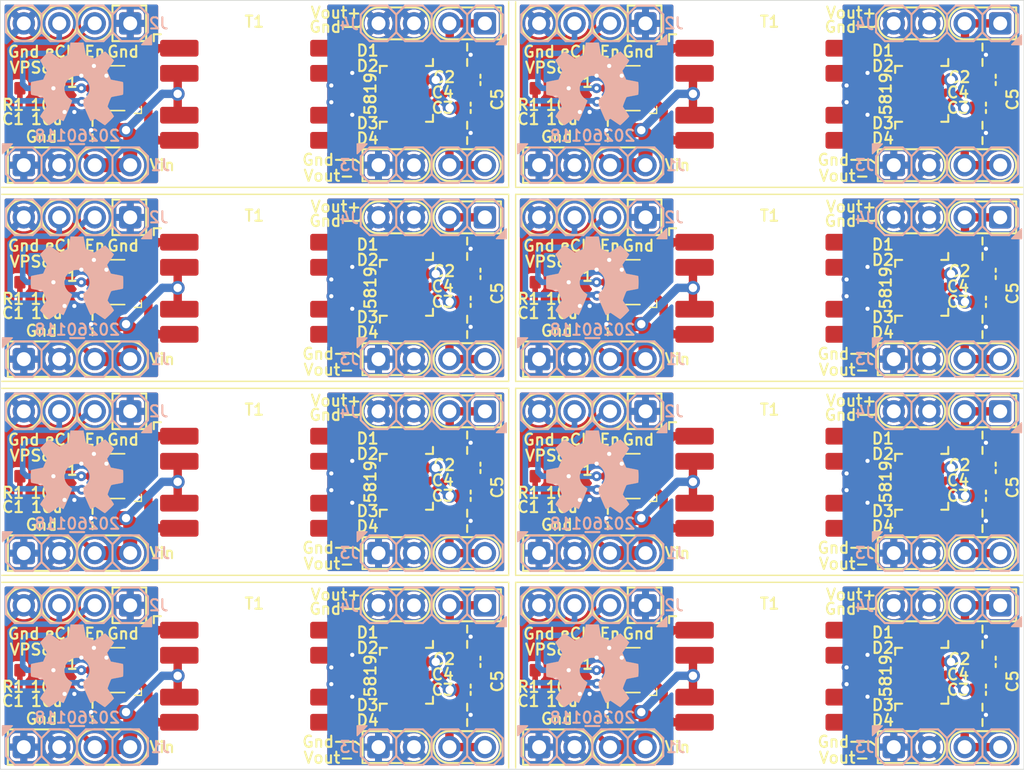
<source format=kicad_pcb>
(kicad_pcb (version 20241229) (generator "pcbnew") (generator_version "9.0")
  (layers (0 "F.Cu" mixed) (2 "B.Cu" mixed) (13 "F.Paste" user) (15 "B.Paste" user) (5 "F.SilkS" user "F.Silkscreen") (7 "B.SilkS" user "B.Silkscreen") (1 "F.Mask" user) (3 "B.Mask" user) (25 "Edge.Cuts" user))
  (net 0 "")
  (net 1 "GND")
  (net 2 "/VIN")
  (net 3 "/ExtClk")
  (net 4 "/Enable")
  (net 5 "/P1")
  (net 6 "/P2")
  (net 7 "/VOUT+")
  (net 8 "/VOUT-")
  (net 9 "Net-(D1-A)")
  (net 10 "Net-(D3-A)")
  (net 11 "GND1")
  (footprint "SquantorCapacitor:C_1206_0805" (layer "F.Cu") (at 53.43 65.6)
    (property "Reference" "C2")
    (property "Value" "10u")
  )
  (footprint "SquantorCapacitor:C_1206_0805" (layer "F.Cu") (at 53.43 23.9)
    (property "Reference" "C2")
    (property "Value" "10u")
  )
  (footprint "SquantorDiodes:SOD-323HE-shikues" (layer "F.Cu") (at 85.98 43.6)
    (property "Reference" "D4")
    (property "Value" "5819")
  )
  (footprint "SquantorCapacitor:C_1206_0805" (layer "F.Cu") (at 90.33 37.8)
    (property "Reference" "C2")
    (property "Value" "10u")
  )
  (footprint "SquantorCapacitor:C_1206_0805" (layer "F.Cu") (at 90.33 43.4)
    (property "Reference" "C3")
    (property "Value" "10u")
  )
  (footprint "SquantorDiodes:SOD-323HE-shikues" (layer "F.Cu") (at 49.08 57.5)
    (property "Reference" "D4")
    (property "Value" "5819")
  )
  (footprint "SquantorCapacitor:C_1206_0805" (layer "F.Cu") (at 53.43 29.5)
    (property "Reference" "C3")
    (property "Value" "10u")
  )
  (footprint "SquantorCapacitor:C_0603" (layer "F.Cu") (at 54.38 25.7)
    (property "Reference" "C5")
    (property "Value" "1u")
  )
  (footprint "SquantorVPSC:T_2W_8pin_hand" (layer "F.Cu") (at 38.19 26.73)
    (property "Reference" "T1")
    (property "Value" "~")
  )
  (footprint "SquantorCapacitor:C_1206_0805" (layer "F.Cu") (at 53.43 43.4)
    (property "Reference" "C3")
    (property "Value" "10u")
  )
  (footprint "SquantorDiodes:SOD-323HE-shikues" (layer "F.Cu") (at 49.08 29.7)
    (property "Reference" "D4")
    (property "Value" "5819")
  )
  (footprint "SquantorDiodes:SOD-323HE-shikues" (layer "F.Cu") (at 49.08 37.6 180)
    (property "Reference" "D1")
    (property "Value" "5819")
  )
  (footprint "SquantorCapacitor:C_1206_0805" (layer "F.Cu") (at 53.43 57.3)
    (property "Reference" "C3")
    (property "Value" "10u")
  )
  (footprint "SquantorIC:SOT23-6-HAND" (layer "F.Cu") (at 64.9 68 180)
    (property "Reference" "U1")
    (property "Value" "VPS8505")
  )
  (footprint "SquantorDiodes:SOD-323HE-shikues" (layer "F.Cu") (at 49.08 53.5)
    (property "Reference" "D2")
    (property "Value" "5819")
  )
  (footprint "SquantorResistor:R_0603_hand" (layer "F.Cu") (at 22.3 54.1)
    (property "Reference" "R1")
    (property "Value" "10K")
  )
  (footprint "SquantorDiodes:SOD-323HE-shikues" (layer "F.Cu") (at 49.08 39.6)
    (property "Reference" "D2")
    (property "Value" "5819")
  )
  (footprint "SquantorDiodes:SOD-323HE-shikues" (layer "F.Cu") (at 49.08 27.7 180)
    (property "Reference" "D3")
    (property "Value" "5819")
  )
  (footprint "SquantorVPSC:T_2W_8pin_hand" (layer "F.Cu") (at 75.09 68.43)
    (property "Reference" "T1")
    (property "Value" "~")
  )
  (footprint "SquantorCapacitor:C_1206_0805" (layer "F.Cu") (at 63.5 57.1)
    (property "Reference" "C1")
    (property "Value" "10u")
  )
  (footprint "SquantorDiodes:SOD-323HE-shikues" (layer "F.Cu") (at 85.98 67.4)
    (property "Reference" "D2")
    (property "Value" "5819")
  )
  (footprint "SquantorIC:SOT23-6-HAND" (layer "F.Cu") (at 64.9 40.2 180)
    (property "Reference" "U1")
    (property "Value" "VPS8505")
  )
  (footprint "SquantorResistor:R_0603_hand" (layer "F.Cu") (at 22.3 26.3)
    (property "Reference" "R1")
    (property "Value" "10K")
  )
  (footprint "SquantorDiodes:SOD-323HE-shikues" (layer "F.Cu") (at 49.08 43.6)
    (property "Reference" "D4")
    (property "Value" "5819")
  )
  (footprint "SquantorCapacitor:C_1206_0805" (layer "F.Cu") (at 63.5 29.3)
    (property "Reference" "C1")
    (property "Value" "10u")
  )
  (footprint "SquantorDiodes:SOD-323HE-shikues" (layer "F.Cu") (at 49.08 65.4 180)
    (property "Reference" "D1")
    (property "Value" "5819")
  )
  (footprint "SquantorIC:SOT23-6-HAND" (layer "F.Cu") (at 28 68 180)
    (property "Reference" "U1")
    (property "Value" "VPS8505")
  )
  (footprint "SquantorCapacitor:C_0603" (layer "F.Cu") (at 90.58 41.6)
    (property "Reference" "C4")
    (property "Value" "1u")
  )
  (footprint "SquantorDiodes:SOD-323HE-shikues" (layer "F.Cu") (at 85.98 65.4 180)
    (property "Reference" "D1")
    (property "Value" "5819")
  )
  (footprint "SquantorVPSC:T_2W_8pin_hand" (layer "F.Cu") (at 75.09 54.53)
    (property "Reference" "T1")
    (property "Value" "~")
  )
  (footprint "SquantorDiodes:SOD-323HE-shikues" (layer "F.Cu") (at 85.98 51.5 180)
    (property "Reference" "D1")
    (property "Value" "5819")
  )
  (footprint "SquantorIC:SOT23-6-HAND" (layer "F.Cu") (at 28 40.2 180)
    (property "Reference" "U1")
    (property "Value" "VPS8505")
  )
  (footprint "SquantorCapacitor:C_1206_0805" (layer "F.Cu") (at 26.6 43.2)
    (property "Reference" "C1")
    (property "Value" "10u")
  )
  (footprint "SquantorCapacitor:C_0603" (layer "F.Cu") (at 54.38 39.6)
    (property "Reference" "C5")
    (property "Value" "1u")
  )
  (footprint "SquantorCapacitor:C_0603" (layer "F.Cu") (at 90.58 27.7)
    (property "Reference" "C4")
    (property "Value" "1u")
  )
  (footprint "SquantorCapacitor:C_1206_0805" (layer "F.Cu") (at 26.6 57.1)
    (property "Reference" "C1")
    (property "Value" "10u")
  )
  (footprint "SquantorDiodes:SOD-323HE-shikues" (layer "F.Cu") (at 85.98 71.4)
    (property "Reference" "D4")
    (property "Value" "5819")
  )
  (footprint "SquantorCapacitor:C_1206_0805" (layer "F.Cu") (at 26.6 71)
    (property "Reference" "C1")
    (property "Value" "10u")
  )
  (footprint "SquantorCapacitor:C_1206_0805" (layer "F.Cu") (at 90.33 23.9)
    (property "Reference" "C2")
    (property "Value" "10u")
  )
  (footprint "SquantorCapacitor:C_0603" (layer "F.Cu") (at 53.68 41.6)
    (property "Reference" "C4")
    (property "Value" "1u")
  )
  (footprint "SquantorDiodes:SOD-323HE-shikues" (layer "F.Cu") (at 85.98 29.7)
    (property "Reference" "D4")
    (property "Value" "5819")
  )
  (footprint "SquantorVPSC:T_2W_8pin_hand" (layer "F.Cu") (at 75.09 26.73)
    (property "Reference" "T1")
    (property "Value" "~")
  )
  (footprint "SquantorDiodes:SOD-323HE-shikues" (layer "F.Cu") (at 49.08 67.4)
    (property "Reference" "D2")
    (property "Value" "5819")
  )
  (footprint "SquantorCapacitor:C_1206_0805" (layer "F.Cu") (at 26.6 29.3)
    (property "Reference" "C1")
    (property "Value" "10u")
  )
  (footprint "SquantorResistor:R_0603_hand" (layer "F.Cu") (at 59.2 26.3)
    (property "Reference" "R1")
    (property "Value" "10K")
  )
  (footprint "SquantorIC:SOT23-6-HAND" (layer "F.Cu") (at 64.9 54.1 180)
    (property "Reference" "U1")
    (property "Value" "VPS8505")
  )
  (footprint "SquantorDiodes:SOD-323HE-shikues" (layer "F.Cu") (at 49.08 25.7)
    (property "Reference" "D2")
    (property "Value" "5819")
  )
  (footprint "SquantorResistor:R_0603_hand" (layer "F.Cu") (at 59.2 40.2)
    (property "Reference" "R1")
    (property "Value" "10K")
  )
  (footprint "SquantorVPSC:T_2W_8pin_hand" (layer "F.Cu") (at 38.19 68.43)
    (property "Reference" "T1")
    (property "Value" "~")
  )
  (footprint "SquantorCapacitor:C_0603" (layer "F.Cu") (at 91.28 25.7)
    (property "Reference" "C5")
    (property "Value" "1u")
  )
  (footprint "SquantorDiodes:SOD-323HE-shikues" (layer "F.Cu") (at 85.98 37.6 180)
    (property "Reference" "D1")
    (property "Value" "5819")
  )
  (footprint "SquantorCapacitor:C_0603" (layer "F.Cu") (at 91.28 39.6)
    (property "Reference" "C5")
    (property "Value" "1u")
  )
  (footprint "SquantorCapacitor:C_1206_0805" (layer "F.Cu") (at 90.33 71.2)
    (property "Reference" "C3")
    (property "Value" "10u")
  )
  (footprint "SquantorDiodes:SOD-323HE-shikues" (layer "F.Cu") (at 49.08 55.5 180)
    (property "Reference" "D3")
    (property "Value" "5819")
  )
  (footprint "SquantorDiodes:SOD-323HE-shikues" (layer "F.Cu") (at 49.08 71.4)
    (property "Reference" "D4")
    (property "Value" "5819")
  )
  (footprint "SquantorDiodes:SOD-323HE-shikues" (layer "F.Cu") (at 85.98 27.7 180)
    (property "Reference" "D3")
    (property "Value" "5819")
  )
  (footprint "SquantorCapacitor:C_0603" (layer "F.Cu") (at 90.58 55.5)
    (property "Reference" "C4")
    (property "Value" "1u")
  )
  (footprint "SquantorCapacitor:C_1206_0805" (layer "F.Cu") (at 90.33 65.6)
    (property "Reference" "C2")
    (property "Value" "10u")
  )
  (footprint "SquantorIC:SOT23-6-HAND" (layer "F.Cu") (at 28 54.1 180)
    (property "Reference" "U1")
    (property "Value" "VPS8505")
  )
  (footprint "SquantorDiodes:SOD-323HE-shikues" (layer "F.Cu") (at 85.98 53.5)
    (property "Reference" "D2")
    (property "Value" "5819")
  )
  (footprint "SquantorDiodes:SOD-323HE-shikues" (layer "F.Cu") (at 49.08 69.4 180)
    (property "Reference" "D3")
    (property "Value" "5819")
  )
  (footprint "SquantorCapacitor:C_0603" (layer "F.Cu") (at 91.28 53.5)
    (property "Reference" "C5")
    (property "Value" "1u")
  )
  (footprint "SquantorCapacitor:C_1206_0805" (layer "F.Cu") (at 90.33 57.3)
    (property "Reference" "C3")
    (property "Value" "10u")
  )
  (footprint "SquantorIC:SOT23-6-HAND" (layer "F.Cu") (at 28 26.3 180)
    (property "Reference" "U1")
    (property "Value" "VPS8505")
  )
  (footprint "SquantorCapacitor:C_1206_0805" (layer "F.Cu") (at 90.33 29.5)
    (property "Reference" "C3")
    (property "Value" "10u")
  )
  (footprint "SquantorCapacitor:C_1206_0805" (layer "F.Cu") (at 63.5 71)
    (property "Reference" "C1")
    (property "Value" "10u")
  )
  (footprint "SquantorCapacitor:C_0603" (layer "F.Cu") (at 54.38 53.5)
    (property "Reference" "C5")
    (property "Value" "1u")
  )
  (footprint "SquantorCapacitor:C_1206_0805" (layer "F.Cu") (at 63.5 43.2)
    (property "Reference" "C1")
    (property "Value" "10u")
  )
  (footprint "SquantorCapacitor:C_1206_0805" (layer "F.Cu") (at 53.43 71.2)
    (property "Reference" "C3")
    (property "Value" "10u")
  )
  (footprint "SquantorDiodes:SOD-323HE-shikues" (layer "F.Cu") (at 85.98 23.7 180)
    (property "Reference" "D1")
    (property "Value" "5819")
  )
  (footprint "SquantorDiodes:SOD-323HE-shikues" (layer "F.Cu") (at 85.98 57.5)
    (property "Reference" "D4")
    (property "Value" "5819")
  )
  (footprint "SquantorDiodes:SOD-323HE-shikues" (layer "F.Cu") (at 85.98 25.7)
    (property "Reference" "D2")
    (property "Value" "5819")
  )
  (footprint "SquantorVPSC:T_2W_8pin_hand" (layer "F.Cu") (at 38.19 54.53)
    (property "Reference" "T1")
    (property "Value" "~")
  )
  (footprint "SquantorDiodes:SOD-323HE-shikues" (layer "F.Cu") (at 85.98 55.5 180)
    (property "Reference" "D3")
    (property "Value" "5819")
  )
  (footprint "SquantorCapacitor:C_0603" (layer "F.Cu") (at 53.68 55.5)
    (property "Reference" "C4")
    (property "Value" "1u")
  )
  (footprint "SquantorVPSC:T_2W_8pin_hand" (layer "F.Cu") (at 38.19 40.63)
    (property "Reference" "T1")
    (property "Value" "~")
  )
  (footprint "SquantorDiodes:SOD-323HE-shikues" (layer "F.Cu") (at 49.08 51.5 180)
    (property "Reference" "D1")
    (property "Value" "5819")
  )
  (footprint "SquantorCapacitor:C_0603" (layer "F.Cu") (at 53.68 27.7)
    (property "Reference" "C4")
    (property "Value" "1u")
  )
  (footprint "SquantorIC:SOT23-6-HAND" (layer "F.Cu") (at 64.9 26.3 180)
    (property "Reference" "U1")
    (property "Value" "VPS8505")
  )
  (footprint "SquantorCapacitor:C_0603" (layer "F.Cu") (at 54.38 67.4)
    (property "Reference" "C5")
    (property "Value" "1u")
  )
  (footprint "SquantorDiodes:SOD-323HE-shikues" (layer "F.Cu") (at 85.98 69.4 180)
    (property "Reference" "D3")
    (property "Value" "5819")
  )
  (footprint "SquantorResistor:R_0603_hand" (layer "F.Cu") (at 59.2 68)
    (property "Reference" "R1")
    (property "Value" "10K")
  )
  (footprint "SquantorCapacitor:C_0603" (layer "F.Cu") (at 90.58 69.4)
    (property "Reference" "C4")
    (property "Value" "1u")
  )
  (footprint "SquantorDiodes:SOD-323HE-shikues" (layer "F.Cu") (at 85.98 41.6 180)
    (property "Reference" "D3")
    (property "Value" "5819")
  )
  (footprint "SquantorVPSC:T_2W_8pin_hand" (layer "F.Cu") (at 75.09 40.63)
    (property "Reference" "T1")
    (property "Value" "~")
  )
  (footprint "SquantorResistor:R_0603_hand" (layer "F.Cu") (at 22.3 68)
    (property "Reference" "R1")
    (property "Value" "10K")
  )
  (footprint "SquantorCapacitor:C_1206_0805" (layer "F.Cu") (at 90.33 51.7)
    (property "Reference" "C2")
    (property "Value" "10u")
  )
  (footprint "SquantorDiodes:SOD-323HE-shikues" (layer "F.Cu") (at 49.08 41.6 180)
    (property "Reference" "D3")
    (property "Value" "5819")
  )
  (footprint "SquantorDiodes:SOD-323HE-shikues" (layer "F.Cu") (at 49.08 23.7 180)
    (property "Reference" "D1")
    (property "Value" "5819")
  )
  (footprint "SquantorDiodes:SOD-323HE-shikues" (layer "F.Cu") (at 85.98 39.6)
    (property "Reference" "D2")
    (property "Value" "5819")
  )
  (footprint "SquantorCapacitor:C_0603" (layer "F.Cu") (at 53.68 69.4)
    (property "Reference" "C4")
    (property "Value" "1u")
  )
  (footprint "SquantorCapacitor:C_1206_0805" (layer "F.Cu") (at 53.43 37.8)
    (property "Reference" "C2")
    (property "Value" "10u")
  )
  (footprint "SquantorResistor:R_0603_hand" (layer "F.Cu") (at 22.3 40.2)
    (property "Reference" "R1")
    (property "Value" "10K")
  )
  (footprint "SquantorCapacitor:C_1206_0805" (layer "F.Cu") (at 53.43 51.7)
    (property "Reference" "C2")
    (property "Value" "10u")
  )
  (footprint "SquantorResistor:R_0603_hand" (layer "F.Cu") (at 59.2 54.1)
    (property "Reference" "R1")
    (property "Value" "10K")
  )
  (footprint "SquantorCapacitor:C_0603" (layer "F.Cu") (at 91.28 67.4)
    (property "Reference" "C5")
    (property "Value" "1u")
  )
  (footprint "SquantorLabels:Label_Generic" (layer "B.Cu") (at 25.5 29.7 180)
    (property "Reference" "N1" (hide yes))
    (property "Value" "20260118")
  )
  (footprint "Symbol:OSHW-Symbol_6.7x6mm_SilkScreen" (layer "B.Cu") (at 25.5 26 180)
    (property "Reference" "N2" (hide yes))
    (property "Value" "OHWLOGO" (hide yes))
  )
  (footprint "Symbol:OSHW-Symbol_6.7x6mm_SilkScreen" (layer "B.Cu") (at 62.4 67.7 180)
    (property "Reference" "N2" (hide yes))
    (property "Value" "OHWLOGO" (hide yes))
  )
  (footprint "SquantorConnectors:Header-0254-1X04-H010" (layer "B.Cu") (at 50.89 31.81)
    (property "Reference" "J3")
    (property "Value" "Conn_01x04")
  )
  (footprint "SquantorConnectors:Header-0254-1X04-H010" (layer "B.Cu") (at 62.39 31.81)
    (property "Reference" "J1")
    (property "Value" "Conn_01x04")
  )
  (footprint "SquantorConnectors:Header-0254-1X04-H010" (layer "B.Cu") (at 50.89 49.45 180)
    (property "Reference" "J4")
    (property "Value" "Conn_01x04")
  )
  (footprint "SquantorConnectors:Header-0254-1X04-H010" (layer "B.Cu") (at 50.89 73.51)
    (property "Reference" "J3")
    (property "Value" "Conn_01x04")
  )
  (footprint "SquantorConnectors:Header-0254-1X04-H010" (layer "B.Cu") (at 50.89 59.61)
    (property "Reference" "J3")
    (property "Value" "Conn_01x04")
  )
  (footprint "Symbol:OSHW-Symbol_6.7x6mm_SilkScreen" (layer "B.Cu") (at 62.4 39.9 180)
    (property "Reference" "N2" (hide yes))
    (property "Value" "OHWLOGO" (hide yes))
  )
  (footprint "SquantorConnectors:Header-0254-1X04-H010" (layer "B.Cu") (at 25.49 73.51)
    (property "Reference" "J1")
    (property "Value" "Conn_01x04")
  )
  (footprint "SquantorConnectors:Header-0254-1X04-H010" (layer "B.Cu") (at 62.39 63.35 180)
    (property "Reference" "J2")
    (property "Value" "Conn_01x04")
  )
  (footprint "SquantorConnectors:Header-0254-1X04-H010" (layer "B.Cu") (at 25.49 49.45 180)
    (property "Reference" "J2")
    (property "Value" "Conn_01x04")
  )
  (footprint "SquantorConnectors:Header-0254-1X04-H010" (layer "B.Cu") (at 62.39 59.61)
    (property "Reference" "J1")
    (property "Value" "Conn_01x04")
  )
  (footprint "SquantorConnectors:Header-0254-1X04-H010" (layer "B.Cu") (at 87.79 49.45 180)
    (property "Reference" "J4")
    (property "Value" "Conn_01x04")
  )
  (footprint "SquantorConnectors:Header-0254-1X04-H010" (layer "B.Cu") (at 50.89 35.55 180)
    (property "Reference" "J4")
    (property "Value" "Conn_01x04")
  )
  (footprint "SquantorConnectors:Header-0254-1X04-H010" (layer "B.Cu") (at 50.89 45.71)
    (property "Reference" "J3")
    (property "Value" "Conn_01x04")
  )
  (footprint "SquantorLabels:Label_Generic" (layer "B.Cu") (at 25.5 43.6 180)
    (property "Reference" "N1" (hide yes))
    (property "Value" "20260118")
  )
  (footprint "SquantorConnectors:Header-0254-1X04-H010" (layer "B.Cu") (at 62.39 45.71)
    (property "Reference" "J1")
    (property "Value" "Conn_01x04")
  )
  (footprint "SquantorConnectors:Header-0254-1X04-H010" (layer "B.Cu") (at 87.79 35.55 180)
    (property "Reference" "J4")
    (property "Value" "Conn_01x04")
  )
  (footprint "SquantorConnectors:Header-0254-1X04-H010" (layer "B.Cu") (at 62.39 49.45 180)
    (property "Reference" "J2")
    (property "Value" "Conn_01x04")
  )
  (footprint "SquantorConnectors:Header-0254-1X04-H010" (layer "B.Cu") (at 87.79 31.81)
    (property "Reference" "J3")
    (property "Value" "Conn_01x04")
  )
  (footprint "SquantorConnectors:Header-0254-1X04-H010" (layer "B.Cu") (at 50.89 63.35 180)
    (property "Reference" "J4")
    (property "Value" "Conn_01x04")
  )
  (footprint "SquantorConnectors:Header-0254-1X04-H010" (layer "B.Cu") (at 25.49 21.65 180)
    (property "Reference" "J2")
    (property "Value" "Conn_01x04")
  )
  (footprint "SquantorConnectors:Header-0254-1X04-H010" (layer "B.Cu") (at 87.79 59.61)
    (property "Reference" "J3")
    (property "Value" "Conn_01x04")
  )
  (footprint "Symbol:OSHW-Symbol_6.7x6mm_SilkScreen" (layer "B.Cu") (at 25.5 39.9 180)
    (property "Reference" "N2" (hide yes))
    (property "Value" "OHWLOGO" (hide yes))
  )
  (footprint "SquantorConnectors:Header-0254-1X04-H010" (layer "B.Cu") (at 25.49 59.61)
    (property "Reference" "J1")
    (property "Value" "Conn_01x04")
  )
  (footprint "SquantorLabels:Label_Generic" (layer "B.Cu") (at 62.4 57.5 180)
    (property "Reference" "N1" (hide yes))
    (property "Value" "20260118")
  )
  (footprint "SquantorLabels:Label_Generic" (layer "B.Cu") (at 25.5 57.5 180)
    (property "Reference" "N1" (hide yes))
    (property "Value" "20260118")
  )
  (footprint "SquantorConnectors:Header-0254-1X04-H010" (layer "B.Cu") (at 87.79 63.35 180)
    (property "Reference" "J4")
    (property "Value" "Conn_01x04")
  )
  (footprint "Symbol:OSHW-Symbol_6.7x6mm_SilkScreen" (layer "B.Cu") (at 62.4 26 180)
    (property "Reference" "N2" (hide yes))
    (property "Value" "OHWLOGO" (hide yes))
  )
  (footprint "Symbol:OSHW-Symbol_6.7x6mm_SilkScreen" (layer "B.Cu") (at 62.4 53.8 180)
    (property "Reference" "N2" (hide yes))
    (property "Value" "OHWLOGO" (hide yes))
  )
  (footprint "SquantorConnectors:Header-0254-1X04-H010" (layer "B.Cu") (at 87.79 21.65 180)
    (property "Reference" "J4")
    (property "Value" "Conn_01x04")
  )
  (footprint "SquantorConnectors:Header-0254-1X04-H010" (layer "B.Cu") (at 62.39 35.55 180)
    (property "Reference" "J2")
    (property "Value" "Conn_01x04")
  )
  (footprint "SquantorConnectors:Header-0254-1X04-H010" (layer "B.Cu") (at 25.49 31.81)
    (property "Reference" "J1")
    (property "Value" "Conn_01x04")
  )
  (footprint "SquantorLabels:Label_Generic" (layer "B.Cu") (at 62.4 71.4 180)
    (property "Reference" "N1" (hide yes))
    (property "Value" "20260118")
  )
  (footprint "SquantorConnectors:Header-0254-1X04-H010" (layer "B.Cu") (at 50.89 21.65 180)
    (property "Reference" "J4")
    (property "Value" "Conn_01x04")
  )
  (footprint "SquantorConnectors:Header-0254-1X04-H010" (layer "B.Cu") (at 87.79 73.51)
    (property "Reference" "J3")
    (property "Value" "Conn_01x04")
  )
  (footprint "Symbol:OSHW-Symbol_6.7x6mm_SilkScreen" (layer "B.Cu") (at 25.5 53.8 180)
    (property "Reference" "N2" (hide yes))
    (property "Value" "OHWLOGO" (hide yes))
  )
  (footprint "SquantorLabels:Label_Generic" (layer "B.Cu") (at 25.5 71.4 180)
    (property "Reference" "N1" (hide yes))
    (property "Value" "20260118")
  )
  (footprint "SquantorLabels:Label_Generic" (layer "B.Cu") (at 62.4 43.6 180)
    (property "Reference" "N1" (hide yes))
    (property "Value" "20260118")
  )
  (footprint "SquantorConnectors:Header-0254-1X04-H010" (layer "B.Cu") (at 25.49 35.55 180)
    (property "Reference" "J2")
    (property "Value" "Conn_01x04")
  )
  (footprint "SquantorConnectors:Header-0254-1X04-H010" (layer "B.Cu") (at 25.49 63.35 180)
    (property "Reference" "J2")
    (property "Value" "Conn_01x04")
  )
  (footprint "SquantorLabels:Label_Generic" (layer "B.Cu") (at 62.4 29.7 180)
    (property "Reference" "N1" (hide yes))
    (property "Value" "20260118")
  )
  (footprint "SquantorConnectors:Header-0254-1X04-H010" (layer "B.Cu") (at 87.79 45.71)
    (property "Reference" "J3")
    (property "Value" "Conn_01x04")
  )
  (footprint "SquantorConnectors:Header-0254-1X04-H010" (layer "B.Cu") (at 62.39 73.51)
    (property "Reference" "J1")
    (property "Value" "Conn_01x04")
  )
  (footprint "Symbol:OSHW-Symbol_6.7x6mm_SilkScreen" (layer "B.Cu") (at 25.5 67.7 180)
    (property "Reference" "N2" (hide yes))
    (property "Value" "OHWLOGO" (hide yes))
  )
  (footprint "SquantorConnectors:Header-0254-1X04-H010" (layer "B.Cu") (at 62.39 21.65 180)
    (property "Reference" "J2")
    (property "Value" "Conn_01x04")
  )
  (footprint "SquantorConnectors:Header-0254-1X04-H010" (layer "B.Cu") (at 25.49 45.71)
    (property "Reference" "J1")
    (property "Value" "Conn_01x04")
  )
  (gr_line (start 55.843 22.793) (end 54.7 22.793) (stroke (width 0.15)) (layer "F.SilkS"))
  (gr_line (start 66.2 74.78) (end 63.66 74.78) (stroke (width 0.15)) (layer "F.SilkS"))
  (gr_line (start 89.06 64.493) (end 91.6 64.493) (stroke (width 0.15)) (layer "F.SilkS"))
  (gr_line (start 47.08 36.693) (end 49.62 36.693) (stroke (width 0.15)) (layer "F.SilkS"))
  (gr_line (start 44.667 21.904) (end 45.683 21.904) (stroke (width 0.15)) (layer "F.SilkS"))
  (gr_line (start 20.537 46.98) (end 21.68 46.98) (stroke (width 0.15)) (layer "F.SilkS"))
  (gr_arc (start 49.62 44.567) (mid 50.763 45.71) (end 49.62 46.853) (stroke (width 0.15)) (layer "F.SilkS"))
  (gr_arc (start 52.16 74.653) (mid 51.017 73.51) (end 52.16 72.367) (stroke (width 0.15)) (layer "F.SilkS"))
  (gr_arc (start 91.6 44.567) (mid 92.743 45.71) (end 91.6 46.853) (stroke (width 0.15)) (layer "F.SilkS"))
  (gr_line (start 44.667 35.804) (end 45.683 35.804) (stroke (width 0.15)) (layer "F.SilkS"))
  (gr_line (start 86.52 30.667) (end 83.98 30.667) (stroke (width 0.15)) (layer "F.SilkS"))
  (gr_line (start 56.4 61.7) (end 56.4 75) (stroke (width 0.1)) (layer "F.SilkS"))
  (gr_line (start 29.3 30.54) (end 26.76 30.54) (stroke (width 0.15)) (layer "F.SilkS"))
  (gr_arc (start 61.12 58.34) (mid 62.39 59.61) (end 61.12 60.88) (stroke (width 0.15)) (layer "F.SilkS"))
  (gr_line (start 52.16 32.953) (end 54.7 32.953) (stroke (width 0.15)) (layer "F.SilkS"))
  (gr_line (start 56.9 75) (end 56.9 61.7) (stroke (width 0.1)) (layer "F.SilkS"))
  (gr_line (start 64.93 20.38) (end 64.93 22.92) (stroke (width 0.15)) (layer "F.SilkS"))
  (gr_line (start 83.98 46.853) (end 86.52 46.853) (stroke (width 0.15)) (layer "F.SilkS"))
  (gr_arc (start 49.62 30.667) (mid 50.763 31.81) (end 49.62 32.953) (stroke (width 0.15)) (layer "F.SilkS"))
  (gr_line (start 20.537 58.34) (end 20.537 60.88) (stroke (width 0.15)) (layer "F.SilkS"))
  (gr_line (start 29.3 33.08) (end 26.76 33.08) (stroke (width 0.15)) (layer "F.SilkS"))
  (gr_arc (start 29.3 44.44) (mid 30.57 45.71) (end 29.3 46.98) (stroke (width 0.15)) (layer "F.SilkS"))
  (gr_line (start 45.937 44.567) (end 45.937 46.853) (stroke (width 0.15)) (layer "F.SilkS"))
  (gr_line (start 45.429 31.429) (end 45.937 31.81) (stroke (width 0.15)) (layer "F.SilkS"))
  (gr_line (start 54.7 48.307) (end 55.843 48.307) (stroke (width 0.15)) (layer "F.SilkS"))
  (gr_arc (start 49.62 20.507) (mid 50.763 21.65) (end 49.62 22.793) (stroke (width 0.15)) (layer "F.SilkS"))
  (gr_line (start 52.16 36.693) (end 54.7 36.693) (stroke (width 0.15)) (layer "F.SilkS"))
  (gr_line (start 47.08 30.667) (end 45.937 30.667) (stroke (width 0.15)) (layer "F.SilkS"))
  (gr_arc (start 26.76 33.08) (mid 25.49 31.81) (end 26.76 30.54) (stroke (width 0.15)) (layer "F.SilkS"))
  (gr_line (start 29.3 74.78) (end 26.76 74.78) (stroke (width 0.15)) (layer "F.SilkS"))
  (gr_line (start 47.08 72.367) (end 45.937 72.367) (stroke (width 0.15)) (layer "F.SilkS"))
  (gr_line (start 66.2 72.24) (end 63.66 72.24) (stroke (width 0.15)) (layer "F.SilkS"))
  (gr_arc (start 61.12 44.44) (mid 62.39 45.71) (end 61.12 46.98) (stroke (width 0.15)) (layer "F.SilkS"))
  (gr_circle (center 24.22 35.55) (end 25.49 35.55) (stroke (width 0.15)) (fill no) (layer "F.SilkS"))
  (gr_arc (start 52.16 32.953) (mid 51.017 31.81) (end 52.16 30.667) (stroke (width 0.15)) (layer "F.SilkS"))
  (gr_line (start 24.22 58.34) (end 21.68 58.34) (stroke (width 0.15)) (layer "F.SilkS"))
  (gr_line (start 61.12 44.44) (end 58.58 44.44) (stroke (width 0.15)) (layer "F.SilkS"))
  (gr_line (start 49.62 44.567) (end 47.08 44.567) (stroke (width 0.15)) (layer "F.SilkS"))
  (gr_line (start 52.16 22.793) (end 54.7 22.793) (stroke (width 0.15)) (layer "F.SilkS"))
  (gr_arc (start 49.62 72.367) (mid 50.763 73.51) (end 49.62 74.653) (stroke (width 0.15)) (layer "F.SilkS"))
  (gr_line (start 28.03 48.18) (end 30.443 48.18) (stroke (width 0.15)) (layer "F.SilkS"))
  (gr_line (start 57.437 30.54) (end 57.437 33.08) (stroke (width 0.15)) (layer "F.SilkS"))
  (gr_line (start 24.22 72.24) (end 21.68 72.24) (stroke (width 0.15)) (layer "F.SilkS"))
  (gr_line (start 61.12 46.98) (end 58.58 46.98) (stroke (width 0.15)) (layer "F.SilkS"))
  (gr_line (start 49.62 48.307) (end 47.08 48.307) (stroke (width 0.15)) (layer "F.SilkS"))
  (gr_circle (center 63.66 63.35) (end 64.93 63.35) (stroke (width 0.15)) (fill no) (layer "F.SilkS"))
  (gr_line (start 24.22 74.78) (end 21.68 74.78) (stroke (width 0.15)) (layer "F.SilkS"))
  (gr_line (start 20.537 74.78) (end 21.68 74.78) (stroke (width 0.15)) (layer "F.SilkS"))
  (gr_line (start 54.7 72.367) (end 52.16 72.367) (stroke (width 0.15)) (layer "F.SilkS"))
  (gr_circle (center 24.22 49.45) (end 25.49 49.45) (stroke (width 0.15)) (fill no) (layer "F.SilkS"))
  (gr_arc (start 54.7 44.567) (mid 55.843 45.71) (end 54.7 46.853) (stroke (width 0.15)) (layer "F.SilkS"))
  (gr_line (start 61.12 58.34) (end 58.58 58.34) (stroke (width 0.15)) (layer "F.SilkS"))
  (gr_arc (start 54.7 72.367) (mid 55.843 73.51) (end 54.7 74.653) (stroke (width 0.15)) (layer "F.SilkS"))
  (gr_circle (center 21.68 63.35) (end 22.95 63.35) (stroke (width 0.15)) (fill no) (layer "F.SilkS"))
  (gr_line (start 57.437 58.34) (end 57.437 60.88) (stroke (width 0.15)) (layer "F.SilkS"))
  (gr_line (start 45.937 46.853) (end 47.08 46.853) (stroke (width 0.15)) (layer "F.SilkS"))
  (gr_line (start 52.16 50.593) (end 54.7 50.593) (stroke (width 0.15)) (layer "F.SilkS"))
  (gr_line (start 44.032 59.229) (end 45.429 59.229) (stroke (width 0.15)) (layer "F.SilkS"))
  (gr_line (start 56.4 33.9) (end 20.1 33.9) (stroke (width 0.1)) (layer "F.SilkS"))
  (gr_line (start 83.98 22.793) (end 86.52 22.793) (stroke (width 0.15)) (layer "F.SilkS"))
  (gr_arc (start 63.66 74.78) (mid 62.39 73.51) (end 63.66 72.24) (stroke (width 0.15)) (layer "F.SilkS"))
  (gr_line (start 67.343 20.38) (end 67.343 22.92) (stroke (width 0.15)) (layer "F.SilkS"))
  (gr_line (start 56.9 61.2) (end 56.9 47.8) (stroke (width 0.1)) (layer "F.SilkS"))
  (gr_line (start 20.537 72.24) (end 20.537 74.78) (stroke (width 0.15)) (layer "F.SilkS"))
  (gr_arc (start 86.52 44.567) (mid 87.663 45.71) (end 86.52 46.853) (stroke (width 0.15)) (layer "F.SilkS"))
  (gr_line (start 29.3 46.98) (end 26.76 46.98) (stroke (width 0.15)) (layer "F.SilkS"))
  (gr_line (start 20.537 30.54) (end 20.537 33.08) (stroke (width 0.15)) (layer "F.SilkS"))
  (gr_line (start 91.6 48.307) (end 92.743 48.307) (stroke (width 0.15)) (layer "F.SilkS"))
  (gr_line (start 47.08 64.493) (end 49.62 64.493) (stroke (width 0.15)) (layer "F.SilkS"))
  (gr_line (start 28.03 62.08) (end 30.443 62.08) (stroke (width 0.15)) (layer "F.SilkS"))
  (gr_line (start 28.03 48.18) (end 28.03 50.72) (stroke (width 0.15)) (layer "F.SilkS"))
  (gr_line (start 56.9 33.4) (end 93.2 33.4) (stroke (width 0.1)) (layer "F.SilkS"))
  (gr_line (start 45.683 21.904) (end 45.937 21.65) (stroke (width 0.15)) (layer "F.SilkS"))
  (gr_line (start 91.6 58.467) (end 89.06 58.467) (stroke (width 0.15)) (layer "F.SilkS"))
  (gr_line (start 56.4 61.7) (end 20.1 61.7) (stroke (width 0.1)) (layer "F.SilkS"))
  (gr_arc (start 52.16 60.753) (mid 51.017 59.61) (end 52.16 58.467) (stroke (width 0.15)) (layer "F.SilkS"))
  (gr_line (start 45.683 63.604) (end 45.937 63.35) (stroke (width 0.15)) (layer "F.SilkS"))
  (gr_arc (start 54.7 30.667) (mid 55.843 31.81) (end 54.7 32.953) (stroke (width 0.15)) (layer "F.SilkS"))
  (gr_line (start 82.329 73.129) (end 82.837 73.51) (stroke (width 0.15)) (layer "F.SilkS"))
  (gr_line (start 89.06 50.593) (end 91.6 50.593) (stroke (width 0.15)) (layer "F.SilkS"))
  (gr_line (start 80.932 73.129) (end 82.329 73.129) (stroke (width 0.15)) (layer "F.SilkS"))
  (gr_line (start 55.843 36.693) (end 54.7 36.693) (stroke (width 0.15)) (layer "F.SilkS"))
  (gr_line (start 45.937 58.467) (end 45.937 60.753) (stroke (width 0.15)) (layer "F.SilkS"))
  (gr_arc (start 89.06 36.693) (mid 87.917 35.55) (end 89.06 34.407) (stroke (width 0.15)) (layer "F.SilkS"))
  (gr_circle (center 61.12 35.55) (end 62.39 35.55) (stroke (width 0.15)) (fill no) (layer "F.SilkS"))
  (gr_line (start 28.03 34.28) (end 28.03 36.82) (stroke (width 0.15)) (layer "F.SilkS"))
  (gr_arc (start 91.6 30.667) (mid 92.743 31.81) (end 91.6 32.953) (stroke (width 0.15)) (layer "F.SilkS"))
  (gr_line (start 82.583 63.604) (end 82.837 63.35) (stroke (width 0.15)) (layer "F.SilkS"))
  (gr_line (start 54.7 62.207) (end 52.16 62.207) (stroke (width 0.15)) (layer "F.SilkS"))
  (gr_line (start 89.06 32.953) (end 91.6 32.953) (stroke (width 0.15)) (layer "F.SilkS"))
  (gr_arc (start 52.16 64.493) (mid 51.017 63.35) (end 52.16 62.207) (stroke (width 0.15)) (layer "F.SilkS"))
  (gr_circle (center 26.76 21.65) (end 28.03 21.65) (stroke (width 0.15)) (fill no) (layer "F.SilkS"))
  (gr_line (start 82.583 21.904) (end 82.837 21.65) (stroke (width 0.15)) (layer "F.SilkS"))
  (gr_line (start 64.93 48.18) (end 67.343 48.18) (stroke (width 0.15)) (layer "F.SilkS"))
  (gr_line (start 56.4 20.1) (end 56.4 33.4) (stroke (width 0.1)) (layer "F.SilkS"))
  (gr_line (start 91.6 62.207) (end 89.06 62.207) (stroke (width 0.15)) (layer "F.SilkS"))
  (gr_line (start 83.98 50.593) (end 86.52 50.593) (stroke (width 0.15)) (layer "F.SilkS"))
  (gr_arc (start 52.16 46.853) (mid 51.017 45.71) (end 52.16 44.567) (stroke (width 0.15)) (layer "F.SilkS"))
  (gr_line (start 29.3 72.24) (end 26.76 72.24) (stroke (width 0.15)) (layer "F.SilkS"))
  (gr_line (start 29.3 60.88) (end 26.76 60.88) (stroke (width 0.15)) (layer "F.SilkS"))
  (gr_line (start 67.343 64.62) (end 64.93 64.62) (stroke (width 0.15)) (layer "F.SilkS"))
  (gr_circle (center 26.76 49.45) (end 28.03 49.45) (stroke (width 0.15)) (fill no) (layer "F.SilkS"))
  (gr_line (start 30.443 20.38) (end 30.443 22.92) (stroke (width 0.15)) (layer "F.SilkS"))
  (gr_line (start 56.4 47.8) (end 20.1 47.8) (stroke (width 0.1)) (layer "F.SilkS"))
  (gr_arc (start 26.76 46.98) (mid 25.49 45.71) (end 26.76 44.44) (stroke (width 0.15)) (layer "F.SilkS"))
  (gr_line (start 66.2 46.98) (end 63.66 46.98) (stroke (width 0.15)) (layer "F.SilkS"))
  (gr_arc (start 47.08 22.793) (mid 45.937 21.65) (end 47.08 20.507) (stroke (width 0.15)) (layer "F.SilkS"))
  (gr_line (start 92.743 34.407) (end 92.743 36.693) (stroke (width 0.15)) (layer "F.SilkS"))
  (gr_line (start 49.62 62.207) (end 47.08 62.207) (stroke (width 0.15)) (layer "F.SilkS"))
  (gr_arc (start 63.66 60.88) (mid 62.39 59.61) (end 63.66 58.34) (stroke (width 0.15)) (layer "F.SilkS"))
  (gr_line (start 55.843 50.593) (end 54.7 50.593) (stroke (width 0.15)) (layer "F.SilkS"))
  (gr_arc (start 86.52 48.307) (mid 87.663 49.45) (end 86.52 50.593) (stroke (width 0.15)) (layer "F.SilkS"))
  (gr_line (start 21.68 58.34) (end 20.537 58.34) (stroke (width 0.15)) (layer "F.SilkS"))
  (gr_line (start 82.837 72.367) (end 82.837 74.653) (stroke (width 0.15)) (layer "F.SilkS"))
  (gr_line (start 89.06 36.693) (end 91.6 36.693) (stroke (width 0.15)) (layer "F.SilkS"))
  (gr_circle (center 21.68 21.65) (end 22.95 21.65) (stroke (width 0.15)) (fill no) (layer "F.SilkS"))
  (gr_line (start 52.16 64.493) (end 54.7 64.493) (stroke (width 0.15)) (layer "F.SilkS"))
  (gr_line (start 21.68 44.44) (end 20.537 44.44) (stroke (width 0.15)) (layer "F.SilkS"))
  (gr_line (start 55.843 34.407) (end 55.843 36.693) (stroke (width 0.15)) (layer "F.SilkS"))
  (gr_line (start 82.837 60.753) (end 83.98 60.753) (stroke (width 0.15)) (layer "F.SilkS"))
  (gr_line (start 93.2 33.9) (end 56.9 33.9) (stroke (width 0.1)) (layer "F.SilkS"))
  (gr_line (start 83.98 60.753) (end 86.52 60.753) (stroke (width 0.15)) (layer "F.SilkS"))
  (gr_line (start 20.1 47.3) (end 56.4 47.3) (stroke (width 0.1)) (layer "F.SilkS"))
  (gr_line (start 86.52 72.367) (end 83.98 72.367) (stroke (width 0.15)) (layer "F.SilkS"))
  (gr_line (start 61.12 60.88) (end 58.58 60.88) (stroke (width 0.15)) (layer "F.SilkS"))
  (gr_line (start 82.329 45.329) (end 82.837 45.71) (stroke (width 0.15)) (layer "F.SilkS"))
  (gr_line (start 28.03 34.28) (end 30.443 34.28) (stroke (width 0.15)) (layer "F.SilkS"))
  (gr_circle (center 63.66 49.45) (end 64.93 49.45) (stroke (width 0.15)) (fill no) (layer "F.SilkS"))
  (gr_line (start 30.443 22.92) (end 28.03 22.92) (stroke (width 0.15)) (layer "F.SilkS"))
  (gr_line (start 47.08 44.567) (end 45.937 44.567) (stroke (width 0.15)) (layer "F.SilkS"))
  (gr_line (start 54.7 20.507) (end 52.16 20.507) (stroke (width 0.15)) (layer "F.SilkS"))
  (gr_line (start 47.08 60.753) (end 49.62 60.753) (stroke (width 0.15)) (layer "F.SilkS"))
  (gr_circle (center 24.22 21.65) (end 25.49 21.65) (stroke (width 0.15)) (fill no) (layer "F.SilkS"))
  (gr_line (start 91.6 30.667) (end 89.06 30.667) (stroke (width 0.15)) (layer "F.SilkS"))
  (gr_line (start 20.537 33.08) (end 21.68 33.08) (stroke (width 0.15)) (layer "F.SilkS"))
  (gr_arc (start 86.52 20.507) (mid 87.663 21.65) (end 86.52 22.793) (stroke (width 0.15)) (layer "F.SilkS"))
  (gr_arc (start 89.06 60.753) (mid 87.917 59.61) (end 89.06 58.467) (stroke (width 0.15)) (layer "F.SilkS"))
  (gr_line (start 30.443 36.82) (end 28.03 36.82) (stroke (width 0.15)) (layer "F.SilkS"))
  (gr_line (start 30.443 62.08) (end 30.443 64.62) (stroke (width 0.15)) (layer "F.SilkS"))
  (gr_circle (center 61.12 49.45) (end 62.39 49.45) (stroke (width 0.15)) (fill no) (layer "F.SilkS"))
  (gr_arc (start 52.16 50.593) (mid 51.017 49.45) (end 52.16 48.307) (stroke (width 0.15)) (layer "F.SilkS"))
  (gr_line (start 54.7 48.307) (end 52.16 48.307) (stroke (width 0.15)) (layer "F.SilkS"))
  (gr_arc (start 47.08 36.693) (mid 45.937 35.55) (end 47.08 34.407) (stroke (width 0.15)) (layer "F.SilkS"))
  (gr_line (start 47.08 74.653) (end 49.62 74.653) (stroke (width 0.15)) (layer "F.SilkS"))
  (gr_line (start 28.03 20.38) (end 30.443 20.38) (stroke (width 0.15)) (layer "F.SilkS"))
  (gr_line (start 57.437 60.88) (end 58.58 60.88) (stroke (width 0.15)) (layer "F.SilkS"))
  (gr_line (start 44.032 73.129) (end 45.429 73.129) (stroke (width 0.15)) (layer "F.SilkS"))
  (gr_line (start 24.22 60.88) (end 21.68 60.88) (stroke (width 0.15)) (layer "F.SilkS"))
  (gr_arc (start 49.62 34.407) (mid 50.763 35.55) (end 49.62 36.693) (stroke (width 0.15)) (layer "F.SilkS"))
  (gr_line (start 45.937 30.667) (end 45.937 32.953) (stroke (width 0.15)) (layer "F.SilkS"))
  (gr_circle (center 58.58 49.45) (end 59.85 49.45) (stroke (width 0.15)) (fill no) (layer "F.SilkS"))
  (gr_line (start 80.932 31.429) (end 82.329 31.429) (stroke (width 0.15)) (layer "F.SilkS"))
  (gr_arc (start 86.52 72.367) (mid 87.663 73.51) (end 86.52 74.653) (stroke (width 0.15)) (layer "F.SilkS"))
  (gr_line (start 45.429 45.329) (end 45.937 45.71) (stroke (width 0.15)) (layer "F.SilkS"))
  (gr_line (start 47.08 22.793) (end 49.62 22.793) (stroke (width 0.15)) (layer "F.SilkS"))
  (gr_line (start 54.7 30.667) (end 52.16 30.667) (stroke (width 0.15)) (layer "F.SilkS"))
  (gr_arc (start 89.06 74.653) (mid 87.917 73.51) (end 89.06 72.367) (stroke (width 0.15)) (layer "F.SilkS"))
  (gr_arc (start 24.22 58.34) (mid 25.49 59.61) (end 24.22 60.88) (stroke (width 0.15)) (layer "F.SilkS"))
  (gr_arc (start 91.6 58.467) (mid 92.743 59.61) (end 91.6 60.753) (stroke (width 0.15)) (layer "F.SilkS"))
  (gr_line (start 82.837 46.853) (end 83.98 46.853) (stroke (width 0.15)) (layer "F.SilkS"))
  (gr_line (start 49.62 72.367) (end 47.08 72.367) (stroke (width 0.15)) (layer "F.SilkS"))
  (gr_line (start 30.443 50.72) (end 28.03 50.72) (stroke (width 0.15)) (layer "F.SilkS"))
  (gr_line (start 54.7 34.407) (end 55.843 34.407) (stroke (width 0.15)) (layer "F.SilkS"))
  (gr_arc (start 66.2 44.44) (mid 67.47 45.71) (end 66.2 46.98) (stroke (width 0.15)) (layer "F.SilkS"))
  (gr_line (start 82.837 44.567) (end 82.837 46.853) (stroke (width 0.15)) (layer "F.SilkS"))
  (gr_arc (start 26.76 74.78) (mid 25.49 73.51) (end 26.76 72.24) (stroke (width 0.15)) (layer "F.SilkS"))
  (gr_line (start 64.93 20.38) (end 67.343 20.38) (stroke (width 0.15)) (layer "F.SilkS"))
  (gr_line (start 61.12 30.54) (end 58.58 30.54) (stroke (width 0.15)) (layer "F.SilkS"))
  (gr_line (start 24.22 44.44) (end 21.68 44.44) (stroke (width 0.15)) (layer "F.SilkS"))
  (gr_line (start 54.7 62.207) (end 55.843 62.207) (stroke (width 0.15)) (layer "F.SilkS"))
  (gr_line (start 92.743 50.593) (end 91.6 50.593) (stroke (width 0.15)) (layer "F.SilkS"))
  (gr_line (start 44.667 49.704) (end 45.683 49.704) (stroke (width 0.15)) (layer "F.SilkS"))
  (gr_arc (start 86.52 58.467) (mid 87.663 59.61) (end 86.52 60.753) (stroke (width 0.15)) (layer "F.SilkS"))
  (gr_circle (center 63.66 35.55) (end 64.93 35.55) (stroke (width 0.15)) (fill no) (layer "F.SilkS"))
  (gr_line (start 89.06 22.793) (end 91.6 22.793) (stroke (width 0.15)) (layer "F.SilkS"))
  (gr_line (start 45.937 32.953) (end 47.08 32.953) (stroke (width 0.15)) (layer "F.SilkS"))
  (gr_line (start 83.98 72.367) (end 82.837 72.367) (stroke (width 0.15)) (layer "F.SilkS"))
  (gr_line (start 45.683 49.704) (end 45.937 49.45) (stroke (width 0.15)) (layer "F.SilkS"))
  (gr_line (start 86.52 34.407) (end 83.98 34.407) (stroke (width 0.15)) (layer "F.SilkS"))
  (gr_arc (start 54.7 58.467) (mid 55.843 59.61) (end 54.7 60.753) (stroke (width 0.15)) (layer "F.SilkS"))
  (gr_line (start 61.12 72.24) (end 58.58 72.24) (stroke (width 0.15)) (layer "F.SilkS"))
  (gr_line (start 67.343 48.18) (end 67.343 50.72) (stroke (width 0.15)) (layer "F.SilkS"))
  (gr_line (start 45.937 72.367) (end 45.937 74.653) (stroke (width 0.15)) (layer "F.SilkS"))
  (gr_line (start 92.743 48.307) (end 92.743 50.593) (stroke (width 0.15)) (layer "F.SilkS"))
  (gr_line (start 86.52 58.467) (end 83.98 58.467) (stroke (width 0.15)) (layer "F.SilkS"))
  (gr_line (start 54.7 44.567) (end 52.16 44.567) (stroke (width 0.15)) (layer "F.SilkS"))
  (gr_line (start 45.937 60.753) (end 47.08 60.753) (stroke (width 0.15)) (layer "F.SilkS"))
  (gr_line (start 21.68 30.54) (end 20.537 30.54) (stroke (width 0.15)) (layer "F.SilkS"))
  (gr_line (start 45.937 74.653) (end 47.08 74.653) (stroke (width 0.15)) (layer "F.SilkS"))
  (gr_line (start 58.58 72.24) (end 57.437 72.24) (stroke (width 0.15)) (layer "F.SilkS"))
  (gr_line (start 83.98 32.953) (end 86.52 32.953) (stroke (width 0.15)) (layer "F.SilkS"))
  (gr_line (start 66.2 60.88) (end 63.66 60.88) (stroke (width 0.15)) (layer "F.SilkS"))
  (gr_arc (start 24.22 72.24) (mid 25.49 73.51) (end 24.22 74.78) (stroke (width 0.15)) (layer "F.SilkS"))
  (gr_circle (center 24.22 63.35) (end 25.49 63.35) (stroke (width 0.15)) (fill no) (layer "F.SilkS"))
  (gr_arc (start 24.22 44.44) (mid 25.49 45.71) (end 24.22 46.98) (stroke (width 0.15)) (layer "F.SilkS"))
  (gr_line (start 61.12 74.78) (end 58.58 74.78) (stroke (width 0.15)) (layer "F.SilkS"))
  (gr_arc (start 91.6 72.367) (mid 92.743 73.51) (end 91.6 74.653) (stroke (width 0.15)) (layer "F.SilkS"))
  (gr_line (start 45.429 73.129) (end 45.937 73.51) (stroke (width 0.15)) (layer "F.SilkS"))
  (gr_line (start 81.567 21.904) (end 82.583 21.904) (stroke (width 0.15)) (layer "F.SilkS"))
  (gr_line (start 64.93 62.08) (end 67.343 62.08) (stroke (width 0.15)) (layer "F.SilkS"))
  (gr_line (start 54.7 34.407) (end 52.16 34.407) (stroke (width 0.15)) (layer "F.SilkS"))
  (gr_line (start 81.567 35.804) (end 82.583 35.804) (stroke (width 0.15)) (layer "F.SilkS"))
  (gr_line (start 47.08 50.593) (end 49.62 50.593) (stroke (width 0.15)) (layer "F.SilkS"))
  (gr_line (start 57.437 33.08) (end 58.58 33.08) (stroke (width 0.15)) (layer "F.SilkS"))
  (gr_line (start 64.93 48.18) (end 64.93 50.72) (stroke (width 0.15)) (layer "F.SilkS"))
  (gr_arc (start 89.06 32.953) (mid 87.917 31.81) (end 89.06 30.667) (stroke (width 0.15)) (layer "F.SilkS"))
  (gr_arc (start 89.06 46.853) (mid 87.917 45.71) (end 89.06 44.567) (stroke (width 0.15)) (layer "F.SilkS"))
  (gr_line (start 91.6 20.507) (end 92.743 20.507) (stroke (width 0.15)) (layer "F.SilkS"))
  (gr_line (start 24.22 46.98) (end 21.68 46.98) (stroke (width 0.15)) (layer "F.SilkS"))
  (gr_arc (start 86.52 30.667) (mid 87.663 31.81) (end 86.52 32.953) (stroke (width 0.15)) (layer "F.SilkS"))
  (gr_arc (start 83.98 22.793) (mid 82.837 21.65) (end 83.98 20.507) (stroke (width 0.15)) (layer "F.SilkS"))
  (gr_line (start 92.743 22.793) (end 91.6 22.793) (stroke (width 0.15)) (layer "F.SilkS"))
  (gr_line (start 20.1 33.4) (end 56.4 33.4) (stroke (width 0.1)) (layer "F.SilkS"))
  (gr_line (start 82.837 32.953) (end 83.98 32.953) (stroke (width 0.15)) (layer "F.SilkS"))
  (gr_arc (start 52.16 22.793) (mid 51.017 21.65) (end 52.16 20.507) (stroke (width 0.15)) (layer "F.SilkS"))
  (gr_line (start 49.62 30.667) (end 47.08 30.667) (stroke (width 0.15)) (layer "F.SilkS"))
  (gr_line (start 55.843 62.207) (end 55.843 64.493) (stroke (width 0.15)) (layer "F.SilkS"))
  (gr_line (start 86.52 48.307) (end 83.98 48.307) (stroke (width 0.15)) (layer "F.SilkS"))
  (gr_line (start 91.6 44.567) (end 89.06 44.567) (stroke (width 0.15)) (layer "F.SilkS"))
  (gr_line (start 64.93 34.28) (end 67.343 34.28) (stroke (width 0.15)) (layer "F.SilkS"))
  (gr_line (start 67.343 36.82) (end 64.93 36.82) (stroke (width 0.15)) (layer "F.SilkS"))
  (gr_line (start 30.443 48.18) (end 30.443 50.72) (stroke (width 0.15)) (layer "F.SilkS"))
  (gr_line (start 67.343 34.28) (end 67.343 36.82) (stroke (width 0.15)) (layer "F.SilkS"))
  (gr_line (start 92.743 36.693) (end 91.6 36.693) (stroke (width 0.15)) (layer "F.SilkS"))
  (gr_circle (center 61.12 21.65) (end 62.39 21.65) (stroke (width 0.15)) (fill no) (layer "F.SilkS"))
  (gr_line (start 28.03 62.08) (end 28.03 64.62) (stroke (width 0.15)) (layer "F.SilkS"))
  (gr_line (start 56.9 61.2) (end 93.2 61.2) (stroke (width 0.1)) (layer "F.SilkS"))
  (gr_line (start 56.4 47.8) (end 56.4 61.2) (stroke (width 0.1)) (layer "F.SilkS"))
  (gr_line (start 82.837 74.653) (end 83.98 74.653) (stroke (width 0.15)) (layer "F.SilkS"))
  (gr_line (start 89.06 60.753) (end 91.6 60.753) (stroke (width 0.15)) (layer "F.SilkS"))
  (gr_line (start 86.52 44.567) (end 83.98 44.567) (stroke (width 0.15)) (layer "F.SilkS"))
  (gr_arc (start 83.98 64.493) (mid 82.837 63.35) (end 83.98 62.207) (stroke (width 0.15)) (layer "F.SilkS"))
  (gr_arc (start 47.08 64.493) (mid 45.937 63.35) (end 47.08 62.207) (stroke (width 0.15)) (layer "F.SilkS"))
  (gr_line (start 91.6 34.407) (end 92.743 34.407) (stroke (width 0.15)) (layer "F.SilkS"))
  (gr_circle (center 58.58 21.65) (end 59.85 21.65) (stroke (width 0.15)) (fill no) (layer "F.SilkS"))
  (gr_line (start 56.9 47.3) (end 93.2 47.3) (stroke (width 0.1)) (layer "F.SilkS"))
  (gr_line (start 80.932 59.229) (end 82.329 59.229) (stroke (width 0.15)) (layer "F.SilkS"))
  (gr_line (start 29.3 58.34) (end 26.76 58.34) (stroke (width 0.15)) (layer "F.SilkS"))
  (gr_line (start 67.343 50.72) (end 64.93 50.72) (stroke (width 0.15)) (layer "F.SilkS"))
  (gr_line (start 57.437 46.98) (end 58.58 46.98) (stroke (width 0.15)) (layer "F.SilkS"))
  (gr_line (start 47.08 58.467) (end 45.937 58.467) (stroke (width 0.15)) (layer "F.SilkS"))
  (gr_line (start 83.98 30.667) (end 82.837 30.667) (stroke (width 0.15)) (layer "F.SilkS"))
  (gr_line (start 81.567 63.604) (end 82.583 63.604) (stroke (width 0.15)) (layer "F.SilkS"))
  (gr_line (start 45.683 35.804) (end 45.937 35.55) (stroke (width 0.15)) (layer "F.SilkS"))
  (gr_line (start 92.743 62.207) (end 92.743 64.493) (stroke (width 0.15)) (layer "F.SilkS"))
  (gr_line (start 55.843 64.493) (end 54.7 64.493) (stroke (width 0.15)) (layer "F.SilkS"))
  (gr_circle (center 63.66 21.65) (end 64.93 21.65) (stroke (width 0.15)) (fill no) (layer "F.SilkS"))
  (gr_line (start 91.6 20.507) (end 89.06 20.507) (stroke (width 0.15)) (layer "F.SilkS"))
  (gr_arc (start 49.62 58.467) (mid 50.763 59.61) (end 49.62 60.753) (stroke (width 0.15)) (layer "F.SilkS"))
  (gr_arc (start 89.06 22.793) (mid 87.917 21.65) (end 89.06 20.507) (stroke (width 0.15)) (layer "F.SilkS"))
  (gr_line (start 49.62 20.507) (end 47.08 20.507) (stroke (width 0.15)) (layer "F.SilkS"))
  (gr_line (start 58.58 44.44) (end 57.437 44.44) (stroke (width 0.15)) (layer "F.SilkS"))
  (gr_line (start 61.12 33.08) (end 58.58 33.08) (stroke (width 0.15)) (layer "F.SilkS"))
  (gr_line (start 56.9 47.3) (end 56.9 33.9) (stroke (width 0.1)) (layer "F.SilkS"))
  (gr_arc (start 29.3 58.34) (mid 30.57 59.61) (end 29.3 60.88) (stroke (width 0.15)) (layer "F.SilkS"))
  (gr_arc (start 49.62 48.307) (mid 50.763 49.45) (end 49.62 50.593) (stroke (width 0.15)) (layer "F.SilkS"))
  (gr_circle (center 26.76 35.55) (end 28.03 35.55) (stroke (width 0.15)) (fill no) (layer "F.SilkS"))
  (gr_line (start 81.567 49.704) (end 82.583 49.704) (stroke (width 0.15)) (layer "F.SilkS"))
  (gr_line (start 82.329 31.429) (end 82.837 31.81) (stroke (width 0.15)) (layer "F.SilkS"))
  (gr_line (start 83.98 44.567) (end 82.837 44.567) (stroke (width 0.15)) (layer "F.SilkS"))
  (gr_line (start 20.537 60.88) (end 21.68 60.88) (stroke (width 0.15)) (layer "F.SilkS"))
  (gr_line (start 45.429 59.229) (end 45.937 59.61) (stroke (width 0.15)) (layer "F.SilkS"))
  (gr_line (start 93.2 47.8) (end 56.9 47.8) (stroke (width 0.1)) (layer "F.SilkS"))
  (gr_line (start 58.58 30.54) (end 57.437 30.54) (stroke (width 0.15)) (layer "F.SilkS"))
  (gr_arc (start 29.3 72.24) (mid 30.57 73.51) (end 29.3 74.78) (stroke (width 0.15)) (layer "F.SilkS"))
  (gr_line (start 58.58 58.34) (end 57.437 58.34) (stroke (width 0.15)) (layer "F.SilkS"))
  (gr_line (start 64.93 62.08) (end 64.93 64.62) (stroke (width 0.15)) (layer "F.SilkS"))
  (gr_line (start 93.2 61.7) (end 56.9 61.7) (stroke (width 0.1)) (layer "F.SilkS"))
  (gr_arc (start 83.98 50.593) (mid 82.837 49.45) (end 83.98 48.307) (stroke (width 0.15)) (layer "F.SilkS"))
  (gr_line (start 89.06 46.853) (end 91.6 46.853) (stroke (width 0.15)) (layer "F.SilkS"))
  (gr_line (start 49.62 34.407) (end 47.08 34.407) (stroke (width 0.15)) (layer "F.SilkS"))
  (gr_line (start 82.583 35.804) (end 82.837 35.55) (stroke (width 0.15)) (layer "F.SilkS"))
  (gr_line (start 86.52 20.507) (end 83.98 20.507) (stroke (width 0.15)) (layer "F.SilkS"))
  (gr_line (start 67.343 22.92) (end 64.93 22.92) (stroke (width 0.15)) (layer "F.SilkS"))
  (gr_line (start 82.329 59.229) (end 82.837 59.61) (stroke (width 0.15)) (layer "F.SilkS"))
  (gr_line (start 24.22 30.54) (end 21.68 30.54) (stroke (width 0.15)) (layer "F.SilkS"))
  (gr_line (start 52.16 60.753) (end 54.7 60.753) (stroke (width 0.15)) (layer "F.SilkS"))
  (gr_line (start 83.98 64.493) (end 86.52 64.493) (stroke (width 0.15)) (layer "F.SilkS"))
  (gr_line (start 57.437 72.24) (end 57.437 74.78) (stroke (width 0.15)) (layer "F.SilkS"))
  (gr_arc (start 26.76 60.88) (mid 25.49 59.61) (end 26.76 58.34) (stroke (width 0.15)) (layer "F.SilkS"))
  (gr_line (start 83.98 74.653) (end 86.52 74.653) (stroke (width 0.15)) (layer "F.SilkS"))
  (gr_line (start 83.98 58.467) (end 82.837 58.467) (stroke (width 0.15)) (layer "F.SilkS"))
  (gr_line (start 82.837 30.667) (end 82.837 32.953) (stroke (width 0.15)) (layer "F.SilkS"))
  (gr_arc (start 66.2 58.34) (mid 67.47 59.61) (end 66.2 60.88) (stroke (width 0.15)) (layer "F.SilkS"))
  (gr_line (start 20.537 44.44) (end 20.537 46.98) (stroke (width 0.15)) (layer "F.SilkS"))
  (gr_line (start 30.443 34.28) (end 30.443 36.82) (stroke (width 0.15)) (layer "F.SilkS"))
  (gr_line (start 66.2 44.44) (end 63.66 44.44) (stroke (width 0.15)) (layer "F.SilkS"))
  (gr_line (start 66.2 30.54) (end 63.66 30.54) (stroke (width 0.15)) (layer "F.SilkS"))
  (gr_line (start 28.03 20.38) (end 28.03 22.92) (stroke (width 0.15)) (layer "F.SilkS"))
  (gr_arc (start 29.3 30.54) (mid 30.57 31.81) (end 29.3 33.08) (stroke (width 0.15)) (layer "F.SilkS"))
  (gr_line (start 57.437 74.78) (end 58.58 74.78) (stroke (width 0.15)) (layer "F.SilkS"))
  (gr_line (start 49.62 58.467) (end 47.08 58.467) (stroke (width 0.15)) (layer "F.SilkS"))
  (gr_line (start 44.032 31.429) (end 45.429 31.429) (stroke (width 0.15)) (layer "F.SilkS"))
  (gr_line (start 56.9 33.4) (end 56.9 20.1) (stroke (width 0.1)) (layer "F.SilkS"))
  (gr_arc (start 86.52 62.207) (mid 87.663 63.35) (end 86.52 64.493) (stroke (width 0.15)) (layer "F.SilkS"))
  (gr_line (start 44.032 45.329) (end 45.429 45.329) (stroke (width 0.15)) (layer "F.SilkS"))
  (gr_arc (start 66.2 30.54) (mid 67.47 31.81) (end 66.2 33.08) (stroke (width 0.15)) (layer "F.SilkS"))
  (gr_line (start 80.932 45.329) (end 82.329 45.329) (stroke (width 0.15)) (layer "F.SilkS"))
  (gr_line (start 66.2 58.34) (end 63.66 58.34) (stroke (width 0.15)) (layer "F.SilkS"))
  (gr_arc (start 52.16 36.693) (mid 51.017 35.55) (end 52.16 34.407) (stroke (width 0.15)) (layer "F.SilkS"))
  (gr_arc (start 83.98 36.693) (mid 82.837 35.55) (end 83.98 34.407) (stroke (width 0.15)) (layer "F.SilkS"))
  (gr_line (start 91.6 34.407) (end 89.06 34.407) (stroke (width 0.15)) (layer "F.SilkS"))
  (gr_line (start 54.7 20.507) (end 55.843 20.507) (stroke (width 0.15)) (layer "F.SilkS"))
  (gr_arc (start 63.66 46.98) (mid 62.39 45.71) (end 63.66 44.44) (stroke (width 0.15)) (layer "F.SilkS"))
  (gr_line (start 91.6 62.207) (end 92.743 62.207) (stroke (width 0.15)) (layer "F.SilkS"))
  (gr_arc (start 61.12 72.24) (mid 62.39 73.51) (end 61.12 74.78) (stroke (width 0.15)) (layer "F.SilkS"))
  (gr_line (start 67.343 62.08) (end 67.343 64.62) (stroke (width 0.15)) (layer "F.SilkS"))
  (gr_line (start 52.16 74.653) (end 54.7 74.653) (stroke (width 0.15)) (layer "F.SilkS"))
  (gr_line (start 82.583 49.704) (end 82.837 49.45) (stroke (width 0.15)) (layer "F.SilkS"))
  (gr_arc (start 61.12 30.54) (mid 62.39 31.81) (end 61.12 33.08) (stroke (width 0.15)) (layer "F.SilkS"))
  (gr_line (start 55.843 48.307) (end 55.843 50.593) (stroke (width 0.15)) (layer "F.SilkS"))
  (gr_arc (start 89.06 64.493) (mid 87.917 63.35) (end 89.06 62.207) (stroke (width 0.15)) (layer "F.SilkS"))
  (gr_line (start 92.743 20.507) (end 92.743 22.793) (stroke (width 0.15)) (layer "F.SilkS"))
  (gr_circle (center 58.58 63.35) (end 59.85 63.35) (stroke (width 0.15)) (fill no) (layer "F.SilkS"))
  (gr_line (start 55.843 20.507) (end 55.843 22.793) (stroke (width 0.15)) (layer "F.SilkS"))
  (gr_line (start 20.1 61.2) (end 56.4 61.2) (stroke (width 0.1)) (layer "F.SilkS"))
  (gr_arc (start 86.52 34.407) (mid 87.663 35.55) (end 86.52 36.693) (stroke (width 0.15)) (layer "F.SilkS"))
  (gr_line (start 54.7 58.467) (end 52.16 58.467) (stroke (width 0.15)) (layer "F.SilkS"))
  (gr_line (start 57.437 44.44) (end 57.437 46.98) (stroke (width 0.15)) (layer "F.SilkS"))
  (gr_line (start 83.98 36.693) (end 86.52 36.693) (stroke (width 0.15)) (layer "F.SilkS"))
  (gr_line (start 66.2 33.08) (end 63.66 33.08) (stroke (width 0.15)) (layer "F.SilkS"))
  (gr_line (start 30.443 64.62) (end 28.03 64.62) (stroke (width 0.15)) (layer "F.SilkS"))
  (gr_line (start 47.08 32.953) (end 49.62 32.953) (stroke (width 0.15)) (layer "F.SilkS"))
  (gr_arc (start 47.08 50.593) (mid 45.937 49.45) (end 47.08 48.307) (stroke (width 0.15)) (layer "F.SilkS"))
  (gr_line (start 92.743 64.493) (end 91.6 64.493) (stroke (width 0.15)) (layer "F.SilkS"))
  (gr_arc (start 24.22 30.54) (mid 25.49 31.81) (end 24.22 33.08) (stroke (width 0.15)) (layer "F.SilkS"))
  (gr_line (start 24.22 33.08) (end 21.68 33.08) (stroke (width 0.15)) (layer "F.SilkS"))
  (gr_circle (center 58.58 35.55) (end 59.85 35.55) (stroke (width 0.15)) (fill no) (layer "F.SilkS"))
  (gr_line (start 82.837 58.467) (end 82.837 60.753) (stroke (width 0.15)) (layer "F.SilkS"))
  (gr_circle (center 26.76 63.35) (end 28.03 63.35) (stroke (width 0.15)) (fill no) (layer "F.SilkS"))
  (gr_circle (center 21.68 49.45) (end 22.95 49.45) (stroke (width 0.15)) (fill no) (layer "F.SilkS"))
  (gr_line (start 47.08 46.853) (end 49.62 46.853) (stroke (width 0.15)) (layer "F.SilkS"))
  (gr_line (start 21.68 72.24) (end 20.537 72.24) (stroke (width 0.15)) (layer "F.SilkS"))
  (gr_line (start 56.4 33.9) (end 56.4 47.3) (stroke (width 0.1)) (layer "F.SilkS"))
  (gr_line (start 91.6 72.367) (end 89.06 72.367) (stroke (width 0.15)) (layer "F.SilkS"))
  (gr_line (start 91.6 48.307) (end 89.06 48.307) (stroke (width 0.15)) (layer "F.SilkS"))
  (gr_line (start 86.52 62.207) (end 83.98 62.207) (stroke (width 0.15)) (layer "F.SilkS"))
  (gr_arc (start 63.66 33.08) (mid 62.39 31.81) (end 63.66 30.54) (stroke (width 0.15)) (layer "F.SilkS"))
  (gr_line (start 29.3 44.44) (end 26.76 44.44) (stroke (width 0.15)) (layer "F.SilkS"))
  (gr_line (start 44.667 63.604) (end 45.683 63.604) (stroke (width 0.15)) (layer "F.SilkS"))
  (gr_arc (start 49.62 62.207) (mid 50.763 63.35) (end 49.62 64.493) (stroke (width 0.15)) (layer "F.SilkS"))
  (gr_arc (start 66.2 72.24) (mid 67.47 73.51) (end 66.2 74.78) (stroke (width 0.15)) (layer "F.SilkS"))
  (gr_arc (start 89.06 50.593) (mid 87.917 49.45) (end 89.06 48.307) (stroke (width 0.15)) (layer "F.SilkS"))
  (gr_line (start 89.06 74.653) (end 91.6 74.653) (stroke (width 0.15)) (layer "F.SilkS"))
  (gr_circle (center 21.68 35.55) (end 22.95 35.55) (stroke (width 0.15)) (fill no) (layer "F.SilkS"))
  (gr_line (start 64.93 34.28) (end 64.93 36.82) (stroke (width 0.15)) (layer "F.SilkS"))
  (gr_circle (center 61.12 63.35) (end 62.39 63.35) (stroke (width 0.15)) (fill no) (layer "F.SilkS"))
  (gr_line (start 52.16 46.853) (end 54.7 46.853) (stroke (width 0.15)) (layer "F.SilkS"))
  (gr_rect (start 20 20) (end 93.3 75.1) (stroke (width 0.05)) (fill no) (layer "Edge.Cuts"))
  (gr_text "Gnd" (at 58.58 23.682 0) (layer "F.SilkS") (effects (font (size 0.8 0.8) (thickness 0.15) (bold yes))))
  (gr_text "En" (at 63.66 51.482 0) (layer "F.SilkS") (effects (font (size 0.8 0.8) (thickness 0.15) (bold yes))))
  (gr_text "Vin" (at 31.586 45.71 0) (layer "F.SilkS") (effects (font (size 0.8 0.8) (thickness 0.15) (bold yes))))
  (gr_text "Gnd" (at 22.95 43.678 0) (layer "F.SilkS") (effects (font (size 0.8 0.8) (thickness 0.15) (bold yes))))
  (gr_text "Vout+" (at 44.032 62.588 0) (layer "F.SilkS") (effects (font (size 0.8 0.8) (thickness 0.15) (bold yes))))
  (gr_text "Vout-" (at 43.524 46.472 0) (layer "F.SilkS") (effects (font (size 0.8 0.8) (thickness 0.15) (bold yes))))
  (gr_text "Vout+" (at 80.932 62.588 0) (layer "F.SilkS") (effects (font (size 0.8 0.8) (thickness 0.15) (bold yes))))
  (gr_text "Vin" (at 68.486 45.71 0) (layer "F.SilkS") (effects (font (size 0.8 0.8) (thickness 0.15) (bold yes))))
  (gr_text "Gnd" (at 65.692 65.382 0) (layer "F.SilkS") (effects (font (size 0.8 0.8) (thickness 0.15) (bold yes))))
  (gr_text "Gnd" (at 21.68 23.682 0) (layer "F.SilkS") (effects (font (size 0.8 0.8) (thickness 0.15) (bold yes))))
  (gr_text "Vout+" (at 44.032 48.688 0) (layer "F.SilkS") (effects (font (size 0.8 0.8) (thickness 0.15) (bold yes))))
  (gr_text "Gnd" (at 42.762 45.329 0) (layer "F.SilkS") (effects (font (size 0.8 0.8) (thickness 0.15) (bold yes))))
  (gr_text "Gnd" (at 22.95 29.778 0) (layer "F.SilkS") (effects (font (size 0.8 0.8) (thickness 0.15) (bold yes))))
  (gr_text "Gnd" (at 42.762 31.429 0) (layer "F.SilkS") (effects (font (size 0.8 0.8) (thickness 0.15) (bold yes))))
  (gr_text "Gnd" (at 43.27 21.904 0) (layer "F.SilkS") (effects (font (size 0.8 0.8) (thickness 0.15) (bold yes))))
  (gr_text "Gnd" (at 28.792 37.582 0) (layer "F.SilkS") (effects (font (size 0.8 0.8) (thickness 0.15) (bold yes))))
  (gr_text "En" (at 26.76 51.482 0) (layer "F.SilkS") (effects (font (size 0.8 0.8) (thickness 0.15) (bold yes))))
  (gr_text "Gnd" (at 28.792 51.482 0) (layer "F.SilkS") (effects (font (size 0.8 0.8) (thickness 0.15) (bold yes))))
  (gr_text "Vout+" (at 44.032 34.788 0) (layer "F.SilkS") (effects (font (size 0.8 0.8) (thickness 0.15) (bold yes))))
  (gr_text "Vout-" (at 43.524 74.272 0) (layer "F.SilkS") (effects (font (size 0.8 0.8) (thickness 0.15) (bold yes))))
  (gr_text "En" (at 63.66 23.682 0) (layer "F.SilkS") (effects (font (size 0.8 0.8) (thickness 0.15) (bold yes))))
  (gr_text "Gnd" (at 22.95 57.578 0) (layer "F.SilkS") (effects (font (size 0.8 0.8) (thickness 0.15) (bold yes))))
  (gr_text "Gnd" (at 21.68 51.482 0) (layer "F.SilkS") (effects (font (size 0.8 0.8) (thickness 0.15) (bold yes))))
  (gr_text "eClk" (at 24.474 23.682 0) (layer "F.SilkS") (effects (font (size 0.8 0.8) (thickness 0.15) (bold yes))))
  (gr_text "Gnd" (at 58.58 51.482 0) (layer "F.SilkS") (effects (font (size 0.8 0.8) (thickness 0.15) (bold yes))))
  (gr_text "eClk" (at 61.374 37.582 0) (layer "F.SilkS") (effects (font (size 0.8 0.8) (thickness 0.15) (bold yes))))
  (gr_text "Gnd" (at 65.692 37.582 0) (layer "F.SilkS") (effects (font (size 0.8 0.8) (thickness 0.15) (bold yes))))
  (gr_text "Gnd" (at 59.85 29.778 0) (layer "F.SilkS") (effects (font (size 0.8 0.8) (thickness 0.15) (bold yes))))
  (gr_text "Gnd" (at 65.692 51.482 0) (layer "F.SilkS") (effects (font (size 0.8 0.8) (thickness 0.15) (bold yes))))
  (gr_text "Gnd" (at 80.17 49.704 0) (layer "F.SilkS") (effects (font (size 0.8 0.8) (thickness 0.15) (bold yes))))
  (gr_text "Gnd" (at 80.17 63.604 0) (layer "F.SilkS") (effects (font (size 0.8 0.8) (thickness 0.15) (bold yes))))
  (gr_text "Gnd" (at 42.762 59.229 0) (layer "F.SilkS") (effects (font (size 0.8 0.8) (thickness 0.15) (bold yes))))
  (gr_text "Gnd" (at 28.792 23.682 0) (layer "F.SilkS") (effects (font (size 0.8 0.8) (thickness 0.15) (bold yes))))
  (gr_text "Gnd" (at 65.692 23.682 0) (layer "F.SilkS") (effects (font (size 0.8 0.8) (thickness 0.15) (bold yes))))
  (gr_text "Gnd" (at 58.58 37.582 0) (layer "F.SilkS") (effects (font (size 0.8 0.8) (thickness 0.15) (bold yes))))
  (gr_text "Gnd" (at 80.17 21.904 0) (layer "F.SilkS") (effects (font (size 0.8 0.8) (thickness 0.15) (bold yes))))
  (gr_text "eClk" (at 24.474 37.582 0) (layer "F.SilkS") (effects (font (size 0.8 0.8) (thickness 0.15) (bold yes))))
  (gr_text "Gnd" (at 43.27 49.704 0) (layer "F.SilkS") (effects (font (size 0.8 0.8) (thickness 0.15) (bold yes))))
  (gr_text "Vin" (at 68.486 73.51 0) (layer "F.SilkS") (effects (font (size 0.8 0.8) (thickness 0.15) (bold yes))))
  (gr_text "Vout-" (at 80.424 74.272 0) (layer "F.SilkS") (effects (font (size 0.8 0.8) (thickness 0.15) (bold yes))))
  (gr_text "Vout+" (at 44.032 20.888 0) (layer "F.SilkS") (effects (font (size 0.8 0.8) (thickness 0.15) (bold yes))))
  (gr_text "Vout-" (at 80.424 32.572 0) (layer "F.SilkS") (effects (font (size 0.8 0.8) (thickness 0.15) (bold yes))))
  (gr_text "En" (at 26.76 37.582 0) (layer "F.SilkS") (effects (font (size 0.8 0.8) (thickness 0.15) (bold yes))))
  (gr_text "Vin" (at 31.586 59.61 0) (layer "F.SilkS") (effects (font (size 0.8 0.8) (thickness 0.15) (bold yes))))
  (gr_text "Gnd" (at 79.662 59.229 0) (layer "F.SilkS") (effects (font (size 0.8 0.8) (thickness 0.15) (bold yes))))
  (gr_text "Gnd" (at 79.662 31.429 0) (layer "F.SilkS") (effects (font (size 0.8 0.8) (thickness 0.15) (bold yes))))
  (gr_text "Gnd" (at 59.85 57.578 0) (layer "F.SilkS") (effects (font (size 0.8 0.8) (thickness 0.15) (bold yes))))
  (gr_text "Gnd" (at 58.58 65.382 0) (layer "F.SilkS") (effects (font (size 0.8 0.8) (thickness 0.15) (bold yes))))
  (gr_text "Gnd" (at 22.95 71.478 0) (layer "F.SilkS") (effects (font (size 0.8 0.8) (thickness 0.15) (bold yes))))
  (gr_text "Gnd" (at 80.17 35.804 0) (layer "F.SilkS") (effects (font (size 0.8 0.8) (thickness 0.15) (bold yes))))
  (gr_text "Vout+" (at 80.932 34.788 0) (layer "F.SilkS") (effects (font (size 0.8 0.8) (thickness 0.15) (bold yes))))
  (gr_text "En" (at 63.66 37.582 0) (layer "F.SilkS") (effects (font (size 0.8 0.8) (thickness 0.15) (bold yes))))
  (gr_text "eClk" (at 24.474 51.482 0) (layer "F.SilkS") (effects (font (size 0.8 0.8) (thickness 0.15) (bold yes))))
  (gr_text "eClk" (at 61.374 51.482 0) (layer "F.SilkS") (effects (font (size 0.8 0.8) (thickness 0.15) (bold yes))))
  (gr_text "En" (at 63.66 65.382 0) (layer "F.SilkS") (effects (font (size 0.8 0.8) (thickness 0.15) (bold yes))))
  (gr_text "Vout-" (at 43.524 60.372 0) (layer "F.SilkS") (effects (font (size 0.8 0.8) (thickness 0.15) (bold yes))))
  (gr_text "eClk" (at 61.374 23.682 0) (layer "F.SilkS") (effects (font (size 0.8 0.8) (thickness 0.15) (bold yes))))
  (gr_text "Vin" (at 68.486 31.81 0) (layer "F.SilkS") (effects (font (size 0.8 0.8) (thickness 0.15) (bold yes))))
  (gr_text "Vout+" (at 80.932 48.688 0) (layer "F.SilkS") (effects (font (size 0.8 0.8) (thickness 0.15) (bold yes))))
  (gr_text "eClk" (at 24.474 65.382 0) (layer "F.SilkS") (effects (font (size 0.8 0.8) (thickness 0.15) (bold yes))))
  (gr_text "eClk" (at 61.374 65.382 0) (layer "F.SilkS") (effects (font (size 0.8 0.8) (thickness 0.15) (bold yes))))
  (gr_text "Gnd" (at 79.662 73.129 0) (layer "F.SilkS") (effects (font (size 0.8 0.8) (thickness 0.15) (bold yes))))
  (gr_text "Gnd" (at 59.85 71.478 0) (layer "F.SilkS") (effects (font (size 0.8 0.8) (thickness 0.15) (bold yes))))
  (gr_text "En" (at 26.76 65.382 0) (layer "F.SilkS") (effects (font (size 0.8 0.8) (thickness 0.15) (bold yes))))
  (gr_text "Vout+" (at 80.932 20.888 0) (layer "F.SilkS") (effects (font (size 0.8 0.8) (thickness 0.15) (bold yes))))
  (gr_text "Gnd" (at 43.27 63.604 0) (layer "F.SilkS") (effects (font (size 0.8 0.8) (thickness 0.15) (bold yes))))
  (gr_text "Vin" (at 68.486 59.61 0) (layer "F.SilkS") (effects (font (size 0.8 0.8) (thickness 0.15) (bold yes))))
  (gr_text "Vout-" (at 80.424 46.472 0) (layer "F.SilkS") (effects (font (size 0.8 0.8) (thickness 0.15) (bold yes))))
  (gr_text "Gnd" (at 21.68 65.382 0) (layer "F.SilkS") (effects (font (size 0.8 0.8) (thickness 0.15) (bold yes))))
  (gr_text "Vout-" (at 80.424 60.372 0) (layer "F.SilkS") (effects (font (size 0.8 0.8) (thickness 0.15) (bold yes))))
  (gr_text "En" (at 26.76 23.682 0) (layer "F.SilkS") (effects (font (size 0.8 0.8) (thickness 0.15) (bold yes))))
  (gr_text "Gnd" (at 79.662 45.329 0) (layer "F.SilkS") (effects (font (size 0.8 0.8) (thickness 0.15) (bold yes))))
  (gr_text "Gnd" (at 59.85 43.678 0) (layer "F.SilkS") (effects (font (size 0.8 0.8) (thickness 0.15) (bold yes))))
  (gr_text "Gnd" (at 28.792 65.382 0) (layer "F.SilkS") (effects (font (size 0.8 0.8) (thickness 0.15) (bold yes))))
  (gr_text "Gnd" (at 21.68 37.582 0) (layer "F.SilkS") (effects (font (size 0.8 0.8) (thickness 0.15) (bold yes))))
  (gr_text "Gnd" (at 43.27 35.804 0) (layer "F.SilkS") (effects (font (size 0.8 0.8) (thickness 0.15) (bold yes))))
  (gr_text "Gnd" (at 42.762 73.129 0) (layer "F.SilkS") (effects (font (size 0.8 0.8) (thickness 0.15) (bold yes))))
  (gr_text "Vin" (at 31.586 31.81 0) (layer "F.SilkS") (effects (font (size 0.8 0.8) (thickness 0.15) (bold yes))))
  (gr_text "Vout-" (at 43.524 32.572 0) (layer "F.SilkS") (effects (font (size 0.8 0.8) (thickness 0.15) (bold yes))))
  (gr_text "Vin" (at 31.586 73.51 0) (layer "F.SilkS") (effects (font (size 0.8 0.8) (thickness 0.15) (bold yes))))
  (via (at 26.7 66.4) (size 0.7) (drill 0.3) (layers "F.Cu" "B.Cu") (net 1))
  (via (at 25.3 41.9) (size 0.7) (drill 0.3) (layers "F.Cu" "B.Cu") (net 1))
  (via (at 62.7 39.3) (size 0.7) (drill 0.3) (layers "F.Cu" "B.Cu") (net 1))
  (via (at 63.6 66.4) (size 0.7) (drill 0.3) (layers "F.Cu" "B.Cu") (net 1))
  (via (at 64.5 53.2) (size 0.7) (drill 0.3) (layers "F.Cu" "B.Cu") (net 1))
  (via (at 24.6 28) (size 0.7) (drill 0.3) (layers "F.Cu" "B.Cu") (net 1))
  (via (at 63.4 29.3) (size 0.7) (drill 0.3) (layers "F.Cu" "B.Cu") (net 1))
  (via (at 63.4 71) (size 0.7) (drill 0.3) (layers "F.Cu" "B.Cu") (net 1))
  (via (at 25.8 39.3) (size 0.7) (drill 0.3) (layers "F.Cu" "B.Cu") (net 1))
  (via (at 63.4 43.2) (size 0.7) (drill 0.3) (layers "F.Cu" "B.Cu") (net 1))
  (via (at 63.6 24.7) (size 0.7) (drill 0.3) (layers "F.Cu" "B.Cu") (net 1))
  (via (at 25.3 69.7) (size 0.7) (drill 0.3) (layers "F.Cu" "B.Cu") (net 1))
  (via (at 63.4 57.1) (size 0.7) (drill 0.3) (layers "F.Cu" "B.Cu") (net 1))
  (via (at 61.5 69.7) (size 0.7) (drill 0.3) (layers "F.Cu" "B.Cu") (net 1))
  (via (at 26.7 24.7) (size 0.7) (drill 0.3) (layers "F.Cu" "B.Cu") (net 1))
  (via (at 61.5 41.9) (size 0.7) (drill 0.3) (layers "F.Cu" "B.Cu") (net 1))
  (via (at 25.8 67.1) (size 0.7) (drill 0.3) (layers "F.Cu" "B.Cu") (net 1))
  (via (at 64.5 25.4) (size 0.7) (drill 0.3) (layers "F.Cu" "B.Cu") (net 1))
  (via (at 62.2 41.9) (size 0.7) (drill 0.3) (layers "F.Cu" "B.Cu") (net 1))
  (via (at 27.6 67.1) (size 0.7) (drill 0.3) (layers "F.Cu" "B.Cu") (net 1))
  (via (at 26.5 71) (size 0.7) (drill 0.3) (layers "F.Cu" "B.Cu") (net 1))
  (via (at 26.7 38.6) (size 0.7) (drill 0.3) (layers "F.Cu" "B.Cu") (net 1))
  (via (at 62.7 67.1) (size 0.7) (drill 0.3) (layers "F.Cu" "B.Cu") (net 1))
  (via (at 63.6 52.5) (size 0.7) (drill 0.3) (layers "F.Cu" "B.Cu") (net 1))
  (via (at 24.6 55.8) (size 0.7) (drill 0.3) (layers "F.Cu" "B.Cu") (net 1))
  (via (at 25.3 28) (size 0.7) (drill 0.3) (layers "F.Cu" "B.Cu") (net 1))
  (via (at 62.7 25.4) (size 0.7) (drill 0.3) (layers "F.Cu" "B.Cu") (net 1))
  (via (at 62.2 55.8) (size 0.7) (drill 0.3) (layers "F.Cu" "B.Cu") (net 1))
  (via (at 27.6 53.2) (size 0.7) (drill 0.3) (layers "F.Cu" "B.Cu") (net 1))
  (via (at 62.2 69.7) (size 0.7) (drill 0.3) (layers "F.Cu" "B.Cu") (net 1))
  (via (at 26.5 43.2) (size 0.7) (drill 0.3) (layers "F.Cu" "B.Cu") (net 1))
  (via (at 26.7 52.5) (size 0.7) (drill 0.3) (layers "F.Cu" "B.Cu") (net 1))
  (via (at 64.5 67.1) (size 0.7) (drill 0.3) (layers "F.Cu" "B.Cu") (net 1))
  (via (at 25.8 53.2) (size 0.7) (drill 0.3) (layers "F.Cu" "B.Cu") (net 1))
  (via (at 27.6 25.4) (size 0.7) (drill 0.3) (layers "F.Cu" "B.Cu") (net 1))
  (via (at 64.5 39.3) (size 0.7) (drill 0.3) (layers "F.Cu" "B.Cu") (net 1))
  (via (at 61.5 28) (size 0.7) (drill 0.3) (layers "F.Cu" "B.Cu") (net 1))
  (via (at 24.6 69.7) (size 0.7) (drill 0.3) (layers "F.Cu" "B.Cu") (net 1))
  (via (at 24.6 41.9) (size 0.7) (drill 0.3) (layers "F.Cu" "B.Cu") (net 1))
  (via (at 26.5 29.3) (size 0.7) (drill 0.3) (layers "F.Cu" "B.Cu") (net 1))
  (via (at 61.5 55.8) (size 0.7) (drill 0.3) (layers "F.Cu" "B.Cu") (net 1))
  (via (at 25.8 25.4) (size 0.7) (drill 0.3) (layers "F.Cu" "B.Cu") (net 1))
  (via (at 27.6 39.3) (size 0.7) (drill 0.3) (layers "F.Cu" "B.Cu") (net 1))
  (via (at 26.5 57.1) (size 0.7) (drill 0.3) (layers "F.Cu" "B.Cu") (net 1))
  (via (at 62.7 53.2) (size 0.7) (drill 0.3) (layers "F.Cu" "B.Cu") (net 1))
  (via (at 63.6 38.6) (size 0.7) (drill 0.3) (layers "F.Cu" "B.Cu") (net 1))
  (via (at 62.2 28) (size 0.7) (drill 0.3) (layers "F.Cu" "B.Cu") (net 1))
  (via (at 25.3 55.8) (size 0.7) (drill 0.3) (layers "F.Cu" "B.Cu") (net 1))
  (segment (start 28 68.1) (end 28.1 68.1) (width 0.6) (layer "F.Cu") (net 2))
  (segment (start 27.85 29.3) (end 29 29.3) (width 1) (layer "F.Cu") (net 2))
  (segment (start 63.66 31.81) (end 66.2 31.81) (width 1) (layer "F.Cu") (net 2))
  (segment (start 25.3 30.8) (end 25.1 30.6) (width 0.4) (layer "F.Cu") (net 2))
  (segment (start 32.7 42.015) (end 32.815 42.13) (width 0.6) (layer "F.Cu") (net 2))
  (segment (start 65.9 43.2) (end 66.2 43.5) (width 1) (layer "F.Cu") (net 2))
  (segment (start 23.8 30.6) (end 21.4 28.2) (width 0.4) (layer "F.Cu") (net 2))
  (segment (start 32.7 67.045) (end 32.815 66.93) (width 0.6) (layer "F.Cu") (net 2))
  (segment (start 25.1 72.3) (end 23.8 72.3) (width 0.4) (layer "F.Cu") (net 2))
  (segment (start 32.7 28.115) (end 32.815 28.23) (width 0.6) (layer "F.Cu") (net 2))
  (segment (start 32.7 68.4) (end 32.7 69.815) (width 0.6) (layer "F.Cu") (net 2))
  (segment (start 32.7 68.4) (end 32.7 67.045) (width 0.6) (layer "F.Cu") (net 2))
  (segment (start 32.7 54.5) (end 32.7 55.915) (width 0.6) (layer "F.Cu") (net 2))
  (segment (start 58.3 42.1) (end 58.3 40.2) (width 0.4) (layer "F.Cu") (net 2))
  (segment (start 26.76 73.51) (end 25.75 72.5) (width 0.4) (layer "F.Cu") (net 2))
  (segment (start 26.76 59.61) (end 25.75 58.6) (width 0.4) (layer "F.Cu") (net 2))
  (segment (start 58.3 28.2) (end 58.3 26.3) (width 0.4) (layer "F.Cu") (net 2))
  (segment (start 29.3 29.6) (end 29.3 31.81) (width 1) (layer "F.Cu") (net 2))
  (segment (start 63.66 73.51) (end 66.2 73.51) (width 1) (layer "F.Cu") (net 2))
  (segment (start 26.76 73.51) (end 29.3 73.51) (width 1) (layer "F.Cu") (net 2))
  (segment (start 25.3 58.6) (end 25.1 58.4) (width 0.4) (layer "F.Cu") (net 2))
  (segment (start 28.2 68) (end 29.3 68) (width 0.6) (layer "F.Cu") (net 2))
  (segment (start 69.6 55.915) (end 69.715 56.03) (width 0.6) (layer "F.Cu") (net 2))
  (segment (start 28 29.15) (end 27.85 29.3) (width 0.8) (layer "F.Cu") (net 2))
  (segment (start 65.1 68) (end 66.2 68) (width 0.6) (layer "F.Cu") (net 2))
  (segment (start 28 54.2) (end 28.1 54.2) (width 0.6) (layer "F.Cu") (net 2))
  (segment (start 69.6 69.815) (end 69.715 69.93) (width 0.6) (layer "F.Cu") (net 2))
  (segment (start 69.6 42.015) (end 69.715 42.13) (width 0.6) (layer "F.Cu") (net 2))
  (segment (start 64.9 26.4) (end 64.9 29.15) (width 0.8) (layer "F.Cu") (net 2))
  (segment (start 66.2 57.4) (end 66.2 59.61) (width 1) (layer "F.Cu") (net 2))
  (segment (start 62 72.3) (end 60.7 72.3) (width 0.4) (layer "F.Cu") (net 2))
  (segment (start 32.7 55.915) (end 32.815 56.03) (width 0.6) (layer "F.Cu") (net 2))
  (segment (start 28 26.4) (end 28.1 26.4) (width 0.6) (layer "F.Cu") (net 2))
  (segment (start 25.75 72.5) (end 25.3 72.5) (width 0.4) (layer "F.Cu") (net 2))
  (segment (start 65 54.2) (end 65.1 54.1) (width 0.6) (layer "F.Cu") (net 2))
  (segment (start 28 26.4) (end 28 29.15) (width 0.8) (layer "F.Cu") (net 2))
  (segment (start 69.6 40.6) (end 69.6 42.015) (width 0.6) (layer "F.Cu") (net 2))
  (segment (start 23.8 72.3) (end 21.4 69.9) (width 0.4) (layer "F.Cu") (net 2))
  (segment (start 63.66 59.61) (end 66.2 59.61) (width 1) (layer "F.Cu") (net 2))
  (segment (start 63.66 45.71) (end 66.2 45.71) (width 1) (layer "F.Cu") (net 2))
  (segment (start 66.2 29.6) (end 66.2 31.81) (width 1) (layer "F.Cu") (net 2))
  (segment (start 28.2 40.2) (end 29.3 40.2) (width 0.6) (layer "F.Cu") (net 2))
  (segment (start 29.3 57.4) (end 29.3 59.61) (width 1) (layer "F.Cu") (net 2))
  (segment (start 32.7 53.145) (end 32.815 53.03) (width 0.6) (layer "F.Cu") (net 2))
  (segment (start 25.1 58.4) (end 23.8 58.4) (width 0.4) (layer "F.Cu") (net 2))
  (segment (start 62.2 72.5) (end 62 72.3) (width 0.4) (layer "F.Cu") (net 2))
  (segment (start 62.65 72.5) (end 62.2 72.5) (width 0.4) (layer "F.Cu") (net 2))
  (segment (start 28.1 26.4) (end 28.2 26.3) (width 0.6) (layer "F.Cu") (net 2))
  (segment (start 21.4 56) (end 21.4 54.1) (width 0.4) (layer "F.Cu") (net 2))
  (segment (start 29 71) (end 29.3 71.3) (width 1) (layer "F.Cu") (net 2))
  (segment (start 26.76 45.71) (end 29.3 45.71) (width 1) (layer "F.Cu") (net 2))
  (segment (start 69.6 68.4) (end 69.6 69.815) (width 0.6) (layer "F.Cu") (net 2))
  (segment (start 28 56.95) (end 27.85 57.1) (width 0.8) (layer "F.Cu") (net 2))
  (segment (start 28 70.85) (end 27.85 71) (width 0.8) (layer "F.Cu") (net 2))
  (segment (start 69.6 28.115) (end 69.715 28.23) (width 0.6) (layer "F.Cu") (net 2))
  (segment (start 28 54.2) (end 28 56.95) (width 0.8) (layer "F.Cu") (net 2))
  (segment (start 62.2 30.8) (end 62 30.6) (width 0.4) (layer "F.Cu") (net 2))
  (segment (start 25.1 44.5) (end 23.8 44.5) (width 0.4) (layer "F.Cu") (net 2))
  (segment (start 26.76 31.81) (end 29.3 31.81) (width 1) (layer "F.Cu") (net 2))
  (segment (start 62.65 58.6) (end 62.2 58.6) (width 0.4) (layer "F.Cu") (net 2))
  (segment (start 60.7 58.4) (end 58.3 56) (width 0.4) (layer "F.Cu") (net 2))
  (segment (start 63.66 31.81) (end 62.65 30.8) (width 0.4) (layer "F.Cu") (net 2))
  (segment (start 25.75 30.8) (end 25.3 30.8) (width 0.4) (layer "F.Cu") (net 2))
  (segment (start 69.6 53.145) (end 69.715 53.03) (width 0.6) (layer "F.Cu") (net 2))
  (segment (start 28 43.05) (end 27.85 43.2) (width 0.8) (layer "F.Cu") (net 2))
  (segment (start 64.9 68.1) (end 64.9 70.85) (width 0.8) (layer "F.Cu") (net 2))
  (segment (start 65.1 54.1) (end 66.2 54.1) (width 0.6) (layer "F.Cu") (net 2))
  (segment (start 63.66 59.61) (end 62.65 58.6) (width 0.4) (layer "F.Cu") (net 2))
  (segment (start 25.75 58.6) (end 25.3 58.6) (width 0.4) (layer "F.Cu") (net 2))
  (segment (start 25.1 30.6) (end 23.8 30.6) (width 0.4) (layer "F.Cu") (net 2))
  (segment (start 64.9 56.95) (end 64.75 57.1) (width 0.8) (layer "F.Cu") (net 2))
  (segment (start 28 68.1) (end 28 70.85) (width 0.8) (layer "F.Cu") (net 2))
  (segment (start 27.85 57.1) (end 29 57.1) (width 1) (layer "F.Cu") (net 2))
  (segment (start 65.1 26.3) (end 66.2 26.3) (width 0.6) (layer "F.Cu") (net 2))
  (segment (start 69.6 26.7) (end 69.6 25.345) (width 0.6) (layer "F.Cu") (net 2))
  (segment (start 32.7 40.6) (end 32.7 39.245) (width 0.6) (layer "F.Cu") (net 2))
  (segment (start 65.9 29.3) (end 66.2 29.6) (width 1) (layer "F.Cu") (net 2))
  (segment (start 62 58.4) (end 60.7 58.4) (width 0.4) (layer "F.Cu") (net 2))
  (segment (start 21.4 42.1) (end 21.4 40.2) (width 0.4) (layer "F.Cu") (net 2))
  (segment (start 29.3 71.3) (end 29.3 73.51) (width 1) (layer "F.Cu") (net 2))
  (segment (start 62.65 30.8) (end 62.2 30.8) (width 0.4) (layer "F.Cu") (net 2))
  (segment (start 62 44.5) (end 60.7 44.5) (width 0.4) (layer "F.Cu") (net 2))
  (segment (start 64.75 71) (end 65.9 71) (width 1) (layer "F.Cu") (net 2))
  (segment (start 60.7 72.3) (end 58.3 69.9) (width 0.4) (layer "F.Cu") (net 2))
  (segment (start 25.75 44.7) (end 25.3 44.7) (width 0.4) (layer "F.Cu") (net 2))
  (segment (start 32.7 39.245) (end 32.815 39.13) (width 0.6) (layer "F.Cu") (net 2))
  (segment (start 62.2 44.7) (end 62 44.5) (width 0.4) (layer "F.Cu") (net 2))
  (segment (start 28.2 26.3) (end 29.3 26.3) (width 0.6) (layer "F.Cu") (net 2))
  (segment (start 32.7 25.345) (end 32.815 25.23) (width 0.6) (layer "F.Cu") (net 2))
  (segment (start 21.4 28.2) (end 21.4 26.3) (width 0.4) (layer "F.Cu") (net 2))
  (segment (start 60.7 44.5) (end 58.3 42.1) (width 0.4) (layer "F.Cu") (net 2))
  (segment (start 62 30.6) (end 60.7 30.6) (width 0.4) (layer "F.Cu") (net 2))
  (segment (start 69.6 67.045) (end 69.715 66.93) (width 0.6) (layer "F.Cu") (net 2))
  (segment (start 63.66 73.51) (end 62.65 72.5) (width 0.4) (layer "F.Cu") (net 2))
  (segment (start 27.85 43.2) (end 29 43.2) (width 1) (layer "F.Cu") (net 2))
  (segment (start 65 26.4) (end 65.1 26.3) (width 0.6) (layer "F.Cu") (net 2))
  (segment (start 58.3 56) (end 58.3 54.1) (width 0.4) (layer "F.Cu") (net 2))
  (segment (start 28 40.3) (end 28 43.05) (width 0.8) (layer "F.Cu") (net 2))
  (segment (start 65 68.1) (end 65.1 68) (width 0.6) (layer "F.Cu") (net 2))
  (segment (start 58.3 69.9) (end 58.3 68) (width 0.4) (layer "F.Cu") (net 2))
  (segment (start 21.4 69.9) (end 21.4 68) (width 0.4) (layer "F.Cu") (net 2))
  (segment (start 64.9 43.05) (end 64.75 43.2) (width 0.8) (layer "F.Cu") (net 2))
  (segment (start 65.1 40.2) (end 66.2 40.2) (width 0.6) (layer "F.Cu") (net 2))
  (segment (start 25.3 44.7) (end 25.1 44.5) (width 0.4) (layer "F.Cu") (net 2))
  (segment (start 64.9 54.2) (end 64.9 56.95) (width 0.8) (layer "F.Cu") (net 2))
  (segment (start 69.6 25.345) (end 69.715 25.23) (width 0.6) (layer "F.Cu") (net 2))
  (segment (start 64.9 54.2) (end 65 54.2) (width 0.6) (layer "F.Cu") (net 2))
  (segment (start 29 43.2) (end 29.3 43.5) (width 1) (layer "F.Cu") (net 2))
  (segment (start 28.1 54.2) (end 28.2 54.1) (width 0.6) (layer "F.Cu") (net 2))
  (segment (start 32.7 69.815) (end 32.815 69.93) (width 0.6) (layer "F.Cu") (net 2))
  (segment (start 27.85 71) (end 29 71) (width 1) (layer "F.Cu") (net 2))
  (segment (start 26.76 31.81) (end 25.75 30.8) (width 0.4) (layer "F.Cu") (net 2))
  (segment (start 23.8 58.4) (end 21.4 56) (width 0.4) (layer "F.Cu") (net 2))
  (segment (start 32.7 40.6) (end 32.7 42.015) (width 0.6) (layer "F.Cu") (net 2))
  (segment (start 65.9 57.1) (end 66.2 57.4) (width 1) (layer "F.Cu") (net 2))
  (segment (start 62.65 44.7) (end 62.2 44.7) (width 0.4) (layer "F.Cu") (net 2))
  (segment (start 64.9 40.3) (end 65 40.3) (width 0.6) (layer "F.Cu") (net 2))
  (segment (start 29 57.1) (end 29.3 57.4) (width 1) (layer "F.Cu") (net 2))
  (segment (start 69.6 39.245) (end 69.715 39.13) (width 0.6) (layer "F.Cu") (net 2))
  (segment (start 62.2 58.6) (end 62 58.4) (width 0.4) (layer "F.Cu") (net 2))
  (segment (start 23.8 44.5) (end 21.4 42.1) (width 0.4) (layer "F.Cu") (net 2))
  (segment (start 69.6 68.4) (end 69.6 67.045) (width 0.6) (layer "F.Cu") (net 2))
  (segment (start 64.9 68.1) (end 65 68.1) (width 0.6) (layer "F.Cu") (net 2))
  (segment (start 29 29.3) (end 29.3 29.6) (width 1) (layer "F.Cu") (net 2))
  (segment (start 64.75 57.1) (end 65.9 57.1) (width 1) (layer "F.Cu") (net 2))
  (segment (start 65.9 71) (end 66.2 71.3) (width 1) (layer "F.Cu") (net 2))
  (segment (start 64.9 29.15) (end 64.75 29.3) (width 0.8) (layer "F.Cu") (net 2))
  (segment (start 25.3 72.5) (end 25.1 72.3) (width 0.4) (layer "F.Cu") (net 2))
  (segment (start 64.75 43.2) (end 65.9 43.2) (width 1) (layer "F.Cu") (net 2))
  (segment (start 26.76 59.61) (end 29.3 59.61) (width 1) (layer "F.Cu") (net 2))
  (segment (start 66.2 71.3) (end 66.2 73.51) (width 1) (layer "F.Cu") (net 2))
  (segment (start 26.76 45.71) (end 25.75 44.7) (width 0.4) (layer "F.Cu") (net 2))
  (segment (start 66.2 43.5) (end 66.2 45.71) (width 1) (layer "F.Cu") (net 2))
  (segment (start 28.1 40.3) (end 28.2 40.2) (width 0.6) (layer "F.Cu") (net 2))
  (segment (start 32.7 26.7) (end 32.7 25.345) (width 0.6) (layer "F.Cu") (net 2))
  (segment (start 32.7 26.7) (end 32.7 28.115) (width 0.6) (layer "F.Cu") (net 2))
  (segment (start 65 40.3) (end 65.1 40.2) (width 0.6) (layer "F.Cu") (net 2))
  (segment (start 64.9 26.4) (end 65 26.4) (width 0.6) (layer "F.Cu") (net 2))
  (segment (start 69.6 26.7) (end 69.6 28.115) (width 0.6) (layer "F.Cu") (net 2))
  (segment (start 60.7 30.6) (end 58.3 28.2) (width 0.4) (layer "F.Cu") (net 2))
  (segment (start 28 40.3) (end 28.1 40.3) (width 0.6) (layer "F.Cu") (net 2))
  (segment (start 29.3 43.5) (end 29.3 45.71) (width 1) (layer "F.Cu") (net 2))
  (segment (start 64.75 29.3) (end 65.9 29.3) (width 1) (layer "F.Cu") (net 2))
  (segment (start 64.9 40.3) (end 64.9 43.05) (width 0.8) (layer "F.Cu") (net 2))
  (segment (start 32.7 54.5) (end 32.7 53.145) (width 0.6) (layer "F.Cu") (net 2))
  (segment (start 69.6 40.6) (end 69.6 39.245) (width 0.6) (layer "F.Cu") (net 2))
  (segment (start 69.6 54.5) (end 69.6 55.915) (width 0.6) (layer "F.Cu") (net 2))
  (segment (start 64.9 70.85) (end 64.75 71) (width 0.8) (layer "F.Cu") (net 2))
  (segment (start 69.6 54.5) (end 69.6 53.145) (width 0.6) (layer "F.Cu") (net 2))
  (segment (start 28.2 54.1) (end 29.3 54.1) (width 0.6) (layer "F.Cu") (net 2))
  (segment (start 63.66 45.71) (end 62.65 44.7) (width 0.4) (layer "F.Cu") (net 2))
  (segment (start 28.1 68.1) (end 28.2 68) (width 0.6) (layer "F.Cu") (net 2))
  (via (at 29 29.3) (size 1) (drill 0.6) (layers "F.Cu" "B.Cu") (net 2))
  (via (at 65.9 57.1) (size 1) (drill 0.6) (layers "F.Cu" "B.Cu") (net 2))
  (via (at 65.9 29.3) (size 1) (drill 0.6) (layers "F.Cu" "B.Cu") (net 2))
  (via (at 65.9 43.2) (size 1) (drill 0.6) (layers "F.Cu" "B.Cu") (net 2))
  (via (at 32.7 54.5) (size 1) (drill 0.6) (layers "F.Cu" "B.Cu") (net 2))
  (via (at 32.7 68.4) (size 1) (drill 0.6) (layers "F.Cu" "B.Cu") (net 2))
  (via (at 69.6 40.6) (size 1) (drill 0.6) (layers "F.Cu" "B.Cu") (net 2))
  (via (at 69.6 68.4) (size 1) (drill 0.6) (layers "F.Cu" "B.Cu") (net 2))
  (via (at 69.6 26.7) (size 1) (drill 0.6) (layers "F.Cu" "B.Cu") (net 2))
  (via (at 65.9 71) (size 1) (drill 0.6) (layers "F.Cu" "B.Cu") (net 2))
  (via (at 29 43.2) (size 1) (drill 0.6) (layers "F.Cu" "B.Cu") (net 2))
  (via (at 69.6 54.5) (size 1) (drill 0.6) (layers "F.Cu" "B.Cu") (net 2))
  (via (at 32.7 40.6) (size 1) (drill 0.6) (layers "F.Cu" "B.Cu") (net 2))
  (via (at 29 57.1) (size 1) (drill 0.6) (layers "F.Cu" "B.Cu") (net 2))
  (via (at 29 71) (size 1) (drill 0.6) (layers "F.Cu" "B.Cu") (net 2))
  (via (at 32.7 26.7) (size 1) (drill 0.6) (layers "F.Cu" "B.Cu") (net 2))
  (segment (start 31.6 40.6) (end 29 43.2) (width 0.6) (layer "B.Cu") (net 2))
  (segment (start 69.6 68.4) (end 68.5 68.4) (width 0.6) (layer "B.Cu") (net 2))
  (segment (start 31.6 26.7) (end 29 29.3) (width 0.6) (layer "B.Cu") (net 2))
  (segment (start 32.7 68.4) (end 31.6 68.4) (width 0.6) (layer "B.Cu") (net 2))
  (segment (start 68.5 40.6) (end 65.9 43.2) (width 0.6) (layer "B.Cu") (net 2))
  (segment (start 32.7 54.5) (end 31.6 54.5) (width 0.6) (layer "B.Cu") (net 2))
  (segment (start 31.6 68.4) (end 29 71) (width 0.6) (layer "B.Cu") (net 2))
  (segment (start 68.5 68.4) (end 65.9 71) (width 0.6) (layer "B.Cu") (net 2))
  (segment (start 31.6 54.5) (end 29 57.1) (width 0.6) (layer "B.Cu") (net 2))
  (segment (start 68.5 54.5) (end 65.9 57.1) (width 0.6) (layer "B.Cu") (net 2))
  (segment (start 69.6 54.5) (end 68.5 54.5) (width 0.6) (layer "B.Cu") (net 2))
  (segment (start 69.6 40.6) (end 68.5 40.6) (width 0.6) (layer "B.Cu") (net 2))
  (segment (start 32.7 26.7) (end 31.6 26.7) (width 0.6) (layer "B.Cu") (net 2))
  (segment (start 32.7 40.6) (end 31.6 40.6) (width 0.6) (layer "B.Cu") (net 2))
  (segment (start 69.6 26.7) (end 68.5 26.7) (width 0.6) (layer "B.Cu") (net 2))
  (segment (start 68.5 26.7) (end 65.9 29.3) (width 0.6) (layer "B.Cu") (net 2))
  (segment (start 25.840754 55.05) (end 25.823116 55.067638) (width 0.4) (layer "F.Cu") (net 3))
  (segment (start 25.840754 27.25) (end 25.823116 27.267638) (width 0.4) (layer "F.Cu") (net 3))
  (segment (start 62.740754 27.25) (end 62.723116 27.267638) (width 0.4) (layer "F.Cu") (net 3))
  (segment (start 25.840754 41.15) (end 25.823116 41.167638) (width 0.4) (layer "F.Cu") (net 3))
  (segment (start 63.6 27.25) (end 62.740754 27.25) (width 0.4) (layer "F.Cu") (net 3))
  (segment (start 62.740754 55.05) (end 62.723116 55.067638) (width 0.4) (layer "F.Cu") (net 3))
  (segment (start 62.740754 41.15) (end 62.723116 41.167638) (width 0.4) (layer "F.Cu") (net 3))
  (segment (start 63.6 41.15) (end 62.740754 41.15) (width 0.4) (layer "F.Cu") (net 3))
  (segment (start 26.7 27.25) (end 25.840754 27.25) (width 0.4) (layer "F.Cu") (net 3))
  (segment (start 26.7 68.95) (end 25.840754 68.95) (width 0.4) (layer "F.Cu") (net 3))
  (segment (start 26.7 55.05) (end 25.840754 55.05) (width 0.4) (layer "F.Cu") (net 3))
  (segment (start 63.6 55.05) (end 62.740754 55.05) (width 0.4) (layer "F.Cu") (net 3))
  (segment (start 63.6 68.95) (end 62.740754 68.95) (width 0.4) (layer "F.Cu") (net 3))
  (segment (start 26.7 41.15) (end 25.840754 41.15) (width 0.4) (layer "F.Cu") (net 3))
  (segment (start 62.740754 68.95) (end 62.723116 68.967638) (width 0.4) (layer "F.Cu") (net 3))
  (segment (start 25.840754 68.95) (end 25.823116 68.967638) (width 0.4) (layer "F.Cu") (net 3))
  (via (at 62.723116 55.067638) (size 0.7) (drill 0.3) (layers "F.Cu" "B.Cu") (net 3))
  (via (at 62.723116 68.967638) (size 0.7) (drill 0.3) (layers "F.Cu" "B.Cu") (net 3))
  (via (at 25.823116 41.167638) (size 0.7) (drill 0.3) (layers "F.Cu" "B.Cu") (net 3))
  (via (at 25.823116 27.267638) (size 0.7) (drill 0.3) (layers "F.Cu" "B.Cu") (net 3))
  (via (at 62.723116 27.267638) (size 0.7) (drill 0.3) (layers "F.Cu" "B.Cu") (net 3))
  (via (at 25.823116 55.067638) (size 0.7) (drill 0.3) (layers "F.Cu" "B.Cu") (net 3))
  (via (at 25.823116 68.967638) (size 0.7) (drill 0.3) (layers "F.Cu" "B.Cu") (net 3))
  (via (at 62.723116 41.167638) (size 0.7) (drill 0.3) (layers "F.Cu" "B.Cu") (net 3))
  (segment (start 62.723116 55.067638) (end 62.655478 55) (width 0.4) (layer "B.Cu") (net 3))
  (segment (start 25.823116 41.167638) (end 25.755478 41.1) (width 0.4) (layer "B.Cu") (net 3))
  (segment (start 57.6 23.5) (end 58.1 23) (width 0.4) (layer "B.Cu") (net 3))
  (segment (start 57.9 27.2) (end 57.6 26.9) (width 0.4) (layer "B.Cu") (net 3))
  (segment (start 57.9 68.9) (end 57.6 68.6) (width 0.4) (layer "B.Cu") (net 3))
  (segment (start 24 50.8) (end 24.22 50.58) (width 0.4) (layer "B.Cu") (net 3))
  (segment (start 57.6 37.4) (end 58.1 36.9) (width 0.4) (layer "B.Cu") (net 3))
  (segment (start 61.12 22.78) (end 61.12 21.65) (width 0.4) (layer "B.Cu") (net 3))
  (segment (start 62.655478 55) (end 57.9 55) (width 0.4) (layer "B.Cu") (net 3))
  (segment (start 20.7 54.7) (end 20.7 51.3) (width 0.4) (layer "B.Cu") (net 3))
  (segment (start 62.655478 41.1) (end 57.9 41.1) (width 0.4) (layer "B.Cu") (net 3))
  (segment (start 57.6 54.7) (end 57.6 51.3) (width 0.4) (layer "B.Cu") (net 3))
  (segment (start 57.6 65.2) (end 58.1 64.7) (width 0.4) (layer "B.Cu") (net 3))
  (segment (start 20.7 68.6) (end 20.7 65.2) (width 0.4) (layer "B.Cu") (net 3))
  (segment (start 62.723116 41.167638) (end 62.655478 41.1) (width 0.4) (layer "B.Cu") (net 3))
  (segment (start 57.9 55) (end 57.6 54.7) (width 0.4) (layer "B.Cu") (net 3))
  (segment (start 21 68.9) (end 20.7 68.6) (width 0.4) (layer "B.Cu") (net 3))
  (segment (start 21.2 23) (end 24 23) (width 0.4) (layer "B.Cu") (net 3))
  (segment (start 25.755478 41.1) (end 21 41.1) (width 0.4) (layer "B.Cu") (net 3))
  (segment (start 20.7 40.8) (end 20.7 37.4) (width 0.4) (layer "B.Cu") (net 3))
  (segment (start 60.9 64.7) (end 61.12 64.48) (width 0.4) (layer "B.Cu") (net 3))
  (segment (start 62.655478 68.9) (end 57.9 68.9) (width 0.4) (layer "B.Cu") (net 3))
  (segment (start 24.22 22.78) (end 24.22 21.65) (width 0.4) (layer "B.Cu") (net 3))
  (segment (start 25.823116 27.267638) (end 25.755478 27.2) (width 0.4) (layer "B.Cu") (net 3))
  (segment (start 24.22 64.48) (end 24.22 63.35) (width 0.4) (layer "B.Cu") (net 3))
  (segment (start 57.6 68.6) (end 57.6 65.2) (width 0.4) (layer "B.Cu") (net 3))
  (segment (start 62.723116 27.267638) (end 62.655478 27.2) (width 0.4) (layer "B.Cu") (net 3))
  (segment (start 58.1 64.7) (end 60.9 64.7) (width 0.4) (layer "B.Cu") (net 3))
  (segment (start 20.7 65.2) (end 21.2 64.7) (width 0.4) (layer "B.Cu") (net 3))
  (segment (start 24 23) (end 24.22 22.78) (width 0.4) (layer "B.Cu") (net 3))
  (segment (start 57.6 40.8) (end 57.6 37.4) (width 0.4) (layer "B.Cu") (net 3))
  (segment (start 24.22 50.58) (end 24.22 49.45) (width 0.4) (layer "B.Cu") (net 3))
  (segment (start 21.2 64.7) (end 24 64.7) (width 0.4) (layer "B.Cu") (net 3))
  (segment (start 62.723116 68.967638) (end 62.655478 68.9) (width 0.4) (layer "B.Cu") (net 3))
  (segment (start 21.2 36.9) (end 24 36.9) (width 0.4) (layer "B.Cu") (net 3))
  (segment (start 62.655478 27.2) (end 57.9 27.2) (width 0.4) (layer "B.Cu") (net 3))
  (segment (start 24 36.9) (end 24.22 36.68) (width 0.4) (layer "B.Cu") (net 3))
  (segment (start 57.6 26.9) (end 57.6 23.5) (width 0.4) (layer "B.Cu") (net 3))
  (segment (start 25.823116 68.967638) (end 25.755478 68.9) (width 0.4) (layer "B.Cu") (net 3))
  (segment (start 25.755478 68.9) (end 21 68.9) (width 0.4) (layer "B.Cu") (net 3))
  (segment (start 57.9 41.1) (end 57.6 40.8) (width 0.4) (layer "B.Cu") (net 3))
  (segment (start 21 27.2) (end 20.7 26.9) (width 0.4) (layer "B.Cu") (net 3))
  (segment (start 58.1 50.8) (end 60.9 50.8) (width 0.4) (layer "B.Cu") (net 3))
  (segment (start 24.22 36.68) (end 24.22 35.55) (width 0.4) (layer "B.Cu") (net 3))
  (segment (start 25.755478 55) (end 21 55) (width 0.4) (layer "B.Cu") (net 3))
  (segment (start 61.12 50.58) (end 61.12 49.45) (width 0.4) (layer "B.Cu") (net 3))
  (segment (start 61.12 36.68) (end 61.12 35.55) (width 0.4) (layer "B.Cu") (net 3))
  (segment (start 61.12 64.48) (end 61.12 63.35) (width 0.4) (layer "B.Cu") (net 3))
  (segment (start 20.7 51.3) (end 21.2 50.8) (width 0.4) (layer "B.Cu") (net 3))
  (segment (start 25.823116 55.067638) (end 25.755478 55) (width 0.4) (layer "B.Cu") (net 3))
  (segment (start 25.755478 27.2) (end 21 27.2) (width 0.4) (layer "B.Cu") (net 3))
  (segment (start 24 64.7) (end 24.22 64.48) (width 0.4) (layer "B.Cu") (net 3))
  (segment (start 21 55) (end 20.7 54.7) (width 0.4) (layer "B.Cu") (net 3))
  (segment (start 60.9 36.9) (end 61.12 36.68) (width 0.4) (layer "B.Cu") (net 3))
  (segment (start 20.7 23.5) (end 21.2 23) (width 0.4) (layer "B.Cu") (net 3))
  (segment (start 20.7 26.9) (end 20.7 23.5) (width 0.4) (layer "B.Cu") (net 3))
  (segment (start 57.6 51.3) (end 58.1 50.8) (width 0.4) (layer "B.Cu") (net 3))
  (segment (start 58.1 23) (end 60.9 23) (width 0.4) (layer "B.Cu") (net 3))
  (segment (start 58.1 36.9) (end 60.9 36.9) (width 0.4) (layer "B.Cu") (net 3))
  (segment (start 20.7 37.4) (end 21.2 36.9) (width 0.4) (layer "B.Cu") (net 3))
  (segment (start 60.9 50.8) (end 61.12 50.58) (width 0.4) (layer "B.Cu") (net 3))
  (segment (start 60.9 23) (end 61.12 22.78) (width 0.4) (layer "B.Cu") (net 3))
  (segment (start 21 41.1) (end 20.7 40.8) (width 0.4) (layer "B.Cu") (net 3))
  (segment (start 21.2 50.8) (end 24 50.8) (width 0.4) (layer "B.Cu") (net 3))
  (segment (start 60.1 40.2) (end 60.7 40.2) (width 0.4) (layer "F.Cu") (net 4))
  (segment (start 63.6 40.2) (end 62.7 40.2) (width 0.4) (layer "F.Cu") (net 4))
  (segment (start 26.7 68) (end 25.8 68) (width 0.4) (layer "F.Cu") (net 4))
  (segment (start 63.6 68) (end 62.7 68) (width 0.4) (layer "F.Cu") (net 4))
  (segment (start 26.7 54.1) (end 25.8 54.1) (width 0.4) (layer "F.Cu") (net 4))
  (segment (start 23.2 68) (end 23.8 68) (width 0.4) (layer "F.Cu") (net 4))
  (segment (start 23.2 54.1) (end 23.8 54.1) (width 0.4) (layer "F.Cu") (net 4))
  (segment (start 60.1 68) (end 60.7 68) (width 0.4) (layer "F.Cu") (net 4))
  (segment (start 23.2 40.2) (end 23.8 40.2) (width 0.4) (layer "F.Cu") (net 4))
  (segment (start 26.7 40.2) (end 25.8 40.2) (width 0.4) (layer "F.Cu") (net 4))
  (segment (start 60.1 54.1) (end 60.7 54.1) (width 0.4) (layer "F.Cu") (net 4))
  (segment (start 23.2 26.3) (end 23.8 26.3) (width 0.4) (layer "F.Cu") (net 4))
  (segment (start 63.6 26.3) (end 62.7 26.3) (width 0.4) (layer "F.Cu") (net 4))
  (segment (start 63.6 54.1) (end 62.7 54.1) (width 0.4) (layer "F.Cu") (net 4))
  (segment (start 60.1 26.3) (end 60.7 26.3) (width 0.4) (layer "F.Cu") (net 4))
  (segment (start 26.7 26.3) (end 25.8 26.3) (width 0.4) (layer "F.Cu") (net 4))
  (via (at 23.8 54.1) (size 0.7) (drill 0.3) (layers "F.Cu" "B.Cu") (net 4))
  (via (at 62.7 68) (size 0.7) (drill 0.3) (layers "F.Cu" "B.Cu") (net 4))
  (via (at 62.7 40.2) (size 0.7) (drill 0.3) (layers "F.Cu" "B.Cu") (net 4))
  (via (at 23.8 40.2) (size 0.7) (drill 0.3) (layers "F.Cu" "B.Cu") (net 4))
  (via (at 62.7 54.1) (size 0.7) (drill 0.3) (layers "F.Cu" "B.Cu") (net 4))
  (via (at 25.8 26.3) (size 0.7) (drill 0.3) (layers "F.Cu" "B.Cu") (net 4))
  (via (at 25.8 68) (size 0.7) (drill 0.3) (layers "F.Cu" "B.Cu") (net 4))
  (via (at 25.8 54.1) (size 0.7) (drill 0.3) (layers "F.Cu" "B.Cu") (net 4))
  (via (at 60.7 26.3) (size 0.7) (drill 0.3) (layers "F.Cu" "B.Cu") (net 4))
  (via (at 60.7 54.1) (size 0.7) (drill 0.3) (layers "F.Cu" "B.Cu") (net 4))
  (via (at 62.7 26.3) (size 0.7) (drill 0.3) (layers "F.Cu" "B.Cu") (net 4))
  (via (at 60.7 68) (size 0.7) (drill 0.3) (layers "F.Cu" "B.Cu") (net 4))
  (via (at 60.7 40.2) (size 0.7) (drill 0.3) (layers "F.Cu" "B.Cu") (net 4))
  (via (at 23.8 26.3) (size 0.7) (drill 0.3) (layers "F.Cu" "B.Cu") (net 4))
  (via (at 25.8 40.2) (size 0.7) (drill 0.3) (layers "F.Cu" "B.Cu") (net 4))
  (via (at 23.8 68) (size 0.7) (drill 0.3) (layers "F.Cu" "B.Cu") (net 4))
  (segment (start 21.6 24.1) (end 21.9 23.8) (width 0.4) (layer "B.Cu") (net 4))
  (segment (start 63.255 63.35) (end 63.66 63.35) (width 0.4) (layer "B.Cu") (net 4))
  (segment (start 61.105 51.6) (end 63.255 49.45) (width 0.4) (layer "B.Cu") (net 4))
  (segment (start 58.8 68) (end 58.5 67.7) (width 0.4) (layer "B.Cu") (net 4))
  (segment (start 25.8 68) (end 23.8 68) (width 0.4) (layer "B.Cu") (net 4))
  (segment (start 24.205 37.7) (end 26.355 35.55) (width 0.4) (layer "B.Cu") (net 4))
  (segment (start 60.7 54.1) (end 58.8 54.1) (width 0.4) (layer "B.Cu") (net 4))
  (segment (start 58.5 24.1) (end 58.8 23.8) (width 0.4) (layer "B.Cu") (net 4))
  (segment (start 62.7 40.2) (end 60.7 40.2) (width 0.4) (layer "B.Cu") (net 4))
  (segment (start 58.5 65.8) (end 58.8 65.5) (width 0.4) (layer "B.Cu") (net 4))
  (segment (start 21.9 51.6) (end 24.205 51.6) (width 0.4) (layer "B.Cu") (net 4))
  (segment (start 61.105 65.5) (end 63.255 63.35) (width 0.4) (layer "B.Cu") (net 4))
  (segment (start 26.355 35.55) (end 26.76 35.55) (width 0.4) (layer "B.Cu") (net 4))
  (segment (start 21.9 65.5) (end 24.205 65.5) (width 0.4) (layer "B.Cu") (net 4))
  (segment (start 63.255 49.45) (end 63.66 49.45) (width 0.4) (layer "B.Cu") (net 4))
  (segment (start 58.5 53.8) (end 58.5 51.9) (width 0.4) (layer "B.Cu") (net 4))
  (segment (start 26.355 63.35) (end 26.76 63.35) (width 0.4) (layer "B.Cu") (net 4))
  (segment (start 26.355 49.45) (end 26.76 49.45) (width 0.4) (layer "B.Cu") (net 4))
  (segment (start 21.9 54.1) (end 21.6 53.8) (width 0.4) (layer "B.Cu") (net 4))
  (segment (start 58.8 51.6) (end 61.105 51.6) (width 0.4) (layer "B.Cu") (net 4))
  (segment (start 21.6 67.7) (end 21.6 65.8) (width 0.4) (layer "B.Cu") (net 4))
  (segment (start 24.205 65.5) (end 26.355 63.35) (width 0.4) (layer "B.Cu") (net 4))
  (segment (start 21.9 23.8) (end 24.205 23.8) (width 0.4) (layer "B.Cu") (net 4))
  (segment (start 24.205 23.8) (end 26.355 21.65) (width 0.4) (layer "B.Cu") (net 4))
  (segment (start 60.7 68) (end 58.8 68) (width 0.4) (layer "B.Cu") (net 4))
  (segment (start 62.7 26.3) (end 60.7 26.3) (width 0.4) (layer "B.Cu") (net 4))
  (segment (start 24.205 51.6) (end 26.355 49.45) (width 0.4) (layer "B.Cu") (net 4))
  (segment (start 21.6 53.8) (end 21.6 51.9) (width 0.4) (layer "B.Cu") (net 4))
  (segment (start 23.8 68) (end 21.9 68) (width 0.4) (layer "B.Cu") (net 4))
  (segment (start 58.8 26.3) (end 58.5 26) (width 0.4) (layer "B.Cu") (net 4))
  (segment (start 62.7 68) (end 60.7 68) (width 0.4) (layer "B.Cu") (net 4))
  (segment (start 58.5 26) (end 58.5 24.1) (width 0.4) (layer "B.Cu") (net 4))
  (segment (start 58.5 51.9) (end 58.8 51.6) (width 0.4) (layer "B.Cu") (net 4))
  (segment (start 21.6 26) (end 21.6 24.1) (width 0.4) (layer "B.Cu") (net 4))
  (segment (start 63.255 21.65) (end 63.66 21.65) (width 0.4) (layer "B.Cu") (net 4))
  (segment (start 23.8 26.3) (end 21.9 26.3) (width 0.4) (layer "B.Cu") (net 4))
  (segment (start 61.105 37.7) (end 63.255 35.55) (width 0.4) (layer "B.Cu") (net 4))
  (segment (start 60.7 26.3) (end 58.8 26.3) (width 0.4) (layer "B.Cu") (net 4))
  (segment (start 25.8 40.2) (end 23.8 40.2) (width 0.4) (layer "B.Cu") (net 4))
  (segment (start 21.9 40.2) (end 21.6 39.9) (width 0.4) (layer "B.Cu") (net 4))
  (segment (start 23.8 40.2) (end 21.9 40.2) (width 0.4) (layer "B.Cu") (net 4))
  (segment (start 58.8 40.2) (end 58.5 39.9) (width 0.4) (layer "B.Cu") (net 4))
  (segment (start 21.6 38) (end 21.9 37.7) (width 0.4) (layer "B.Cu") (net 4))
  (segment (start 60.7 40.2) (end 58.8 40.2) (width 0.4) (layer "B.Cu") (net 4))
  (segment (start 26.355 21.65) (end 26.76 21.65) (width 0.4) (layer "B.Cu") (net 4))
  (segment (start 21.9 37.7) (end 24.205 37.7) (width 0.4) (layer "B.Cu") (net 4))
  (segment (start 25.8 26.3) (end 23.8 26.3) (width 0.4) (layer "B.Cu") (net 4))
  (segment (start 21.6 51.9) (end 21.9 51.6) (width 0.4) (layer "B.Cu") (net 4))
  (segment (start 58.8 37.7) (end 61.105 37.7) (width 0.4) (layer "B.Cu") (net 4))
  (segment (start 63.255 35.55) (end 63.66 35.55) (width 0.4) (layer "B.Cu") (net 4))
  (segment (start 58.5 39.9) (end 58.5 38) (width 0.4) (layer "B.Cu") (net 4))
  (segment (start 58.8 23.8) (end 61.105 23.8) (width 0.4) (layer "B.Cu") (net 4))
  (segment (start 61.105 23.8) (end 63.255 21.65) (width 0.4) (layer "B.Cu") (net 4))
  (segment (start 58.8 65.5) (end 61.105 65.5) (width 0.4) (layer "B.Cu") (net 4))
  (segment (start 21.9 26.3) (end 21.6 26) (width 0.4) (layer "B.Cu") (net 4))
  (segment (start 58.5 38) (end 58.8 37.7) (width 0.4) (layer "B.Cu") (net 4))
  (segment (start 21.6 39.9) (end 21.6 38) (width 0.4) (layer "B.Cu") (net 4))
  (segment (start 23.8 54.1) (end 21.9 54.1) (width 0.4) (layer "B.Cu") (net 4))
  (segment (start 21.9 68) (end 21.6 67.7) (width 0.4) (layer "B.Cu") (net 4))
  (segment (start 58.8 54.1) (end 58.5 53.8) (width 0.4) (layer "B.Cu") (net 4))
  (segment (start 58.5 67.7) (end 58.5 65.8) (width 0.4) (layer "B.Cu") (net 4))
  (segment (start 62.7 54.1) (end 60.7 54.1) (width 0.4) (layer "B.Cu") (net 4))
  (segment (start 21.6 65.8) (end 21.9 65.5) (width 0.4) (layer "B.Cu") (net 4))
  (segment (start 25.8 54.1) (end 23.8 54.1) (width 0.4) (layer "B.Cu") (net 4))
  (segment (start 30.6 27.9) (end 30.6 29.4) (width 0.6) (layer "F.Cu") (net 5))
  (segment (start 67.5 27.9) (end 67.5 29.4) (width 0.6) (layer "F.Cu") (net 5))
  (segment (start 29.2 68.95) (end 29.95 68.95) (width 0.6) (layer "F.Cu") (net 5))
  (segment (start 66.1 68.95) (end 66.85 68.95) (width 0.6) (layer "F.Cu") (net 5))
  (segment (start 30.6 69.6) (end 30.6 71.1) (width 0.6) (layer "F.Cu") (net 5))
  (segment (start 68.13 43.93) (end 69.715 43.93) (width 0.6) (layer "F.Cu") (net 5))
  (segment (start 30.6 41.8) (end 30.6 43.3) (width 0.6) (layer "F.Cu") (net 5))
  (segment (start 30.6 71.1) (end 31.23 71.73) (width 0.6) (layer "F.Cu") (net 5))
  (segment (start 30.6 29.4) (end 31.23 30.03) (width 0.6) (layer "F.Cu") (net 5))
  (segment (start 31.23 71.73) (end 32.815 71.73) (width 0.6) (layer "F.Cu") (net 5))
  (segment (start 29.95 55.05) (end 30.6 55.7) (width 0.6) (layer "F.Cu") (net 5))
  (segment (start 66.1 27.25) (end 66.85 27.25) (width 0.6) (layer "F.Cu") (net 5))
  (segment (start 67.5 57.2) (end 68.13 57.83) (width 0.6) (layer "F.Cu") (net 5))
  (segment (start 29.2 41.15) (end 29.95 41.15) (width 0.6) (layer "F.Cu") (net 5))
  (segment (start 30.6 55.7) (end 30.6 57.2) (width 0.6) (layer "F.Cu") (net 5))
  (segment (start 31.23 30.03) (end 32.815 30.03) (width 0.6) (layer "F.Cu") (net 5))
  (segment (start 29.2 55.05) (end 29.95 55.05) (width 0.6) (layer "F.Cu") (net 5))
  (segment (start 67.5 41.8) (end 67.5 43.3) (width 0.6) (layer "F.Cu") (net 5))
  (segment (start 66.85 68.95) (end 67.5 69.6) (width 0.6) (layer "F.Cu") (net 5))
  (segment (start 66.85 41.15) (end 67.5 41.8) (width 0.6) (layer "F.Cu") (net 5))
  (segment (start 29.2 27.25) (end 29.95 27.25) (width 0.6) (layer "F.Cu") (net 5))
  (segment (start 68.13 30.03) (end 69.715 30.03) (width 0.6) (layer "F.Cu") (net 5))
  (segment (start 31.23 57.83) (end 32.815 57.83) (width 0.6) (layer "F.Cu") (net 5))
  (segment (start 67.5 71.1) (end 68.13 71.73) (width 0.6) (layer "F.Cu") (net 5))
  (segment (start 68.13 57.83) (end 69.715 57.83) (width 0.6) (layer "F.Cu") (net 5))
  (segment (start 66.1 55.05) (end 66.85 55.05) (width 0.6) (layer "F.Cu") (net 5))
  (segment (start 67.5 55.7) (end 67.5 57.2) (width 0.6) (layer "F.Cu") (net 5))
  (segment (start 31.23 43.93) (end 32.815 43.93) (width 0.6) (layer "F.Cu") (net 5))
  (segment (start 30.6 43.3) (end 31.23 43.93) (width 0.6) (layer "F.Cu") (net 5))
  (segment (start 66.1 41.15) (end 66.85 41.15) (width 0.6) (layer "F.Cu") (net 5))
  (segment (start 68.13 71.73) (end 69.715 71.73) (width 0.6) (layer "F.Cu") (net 5))
  (segment (start 30.6 57.2) (end 31.23 57.83) (width 0.6) (layer "F.Cu") (net 5))
  (segment (start 67.5 43.3) (end 68.13 43.93) (width 0.6) (layer "F.Cu") (net 5))
  (segment (start 67.5 69.6) (end 67.5 71.1) (width 0.6) (layer "F.Cu") (net 5))
  (segment (start 29.95 41.15) (end 30.6 41.8) (width 0.6) (layer "F.Cu") (net 5))
  (segment (start 29.95 27.25) (end 30.6 27.9) (width 0.6) (layer "F.Cu") (net 5))
  (segment (start 67.5 29.4) (end 68.13 30.03) (width 0.6) (layer "F.Cu") (net 5))
  (segment (start 66.85 55.05) (end 67.5 55.7) (width 0.6) (layer "F.Cu") (net 5))
  (segment (start 29.95 68.95) (end 30.6 69.6) (width 0.6) (layer "F.Cu") (net 5))
  (segment (start 66.85 27.25) (end 67.5 27.9) (width 0.6) (layer "F.Cu") (net 5))
  (segment (start 67.5 24.1) (end 68.17 23.43) (width 0.6) (layer "F.Cu") (net 6))
  (segment (start 31.27 51.23) (end 32.815 51.23) (width 0.6) (layer "F.Cu") (net 6))
  (segment (start 68.17 37.33) (end 69.715 37.33) (width 0.6) (layer "F.Cu") (net 6))
  (segment (start 67.5 52.5) (end 67.5 51.9) (width 0.6) (layer "F.Cu") (net 6))
  (segment (start 29.95 25.35) (end 30.6 24.7) (width 0.6) (layer "F.Cu") (net 6))
  (segment (start 66.1 25.35) (end 66.85 25.35) (width 0.6) (layer "F.Cu") (net 6))
  (segment (start 30.6 38.6) (end 30.6 38) (width 0.6) (layer "F.Cu") (net 6))
  (segment (start 29.2 53.15) (end 29.95 53.15) (width 0.6) (layer "F.Cu") (net 6))
  (segment (start 68.17 51.23) (end 69.715 51.23) (width 0.6) (layer "F.Cu") (net 6))
  (segment (start 30.6 38) (end 31.27 37.33) (width 0.6) (layer "F.Cu") (net 6))
  (segment (start 66.1 67.05) (end 66.85 67.05) (width 0.6) (layer "F.Cu") (net 6))
  (segment (start 29.95 39.25) (end 30.6 38.6) (width 0.6) (layer "F.Cu") (net 6))
  (segment (start 30.6 24.7) (end 30.6 24.1) (width 0.6) (layer "F.Cu") (net 6))
  (segment (start 66.1 39.25) (end 66.85 39.25) (width 0.6) (layer "F.Cu") (net 6))
  (segment (start 29.95 53.15) (end 30.6 52.5) (width 0.6) (layer "F.Cu") (net 6))
  (segment (start 66.85 53.15) (end 67.5 52.5) (width 0.6) (layer "F.Cu") (net 6))
  (segment (start 66.85 25.35) (end 67.5 24.7) (width 0.6) (layer "F.Cu") (net 6))
  (segment (start 67.5 24.7) (end 67.5 24.1) (width 0.6) (layer "F.Cu") (net 6))
  (segment (start 30.6 51.9) (end 31.27 51.23) (width 0.6) (layer "F.Cu") (net 6))
  (segment (start 68.17 65.13) (end 69.715 65.13) (width 0.6) (layer "F.Cu") (net 6))
  (segment (start 31.27 23.43) (end 32.815 23.43) (width 0.6) (layer "F.Cu") (net 6))
  (segment (start 31.27 65.13) (end 32.815 65.13) (width 0.6) (layer "F.Cu") (net 6))
  (segment (start 66.85 39.25) (end 67.5 38.6) (width 0.6) (layer "F.Cu") (net 6))
  (segment (start 66.85 67.05) (end 67.5 66.4) (width 0.6) (layer "F.Cu") (net 6))
  (segment (start 29.95 67.05) (end 30.6 66.4) (width 0.6) (layer "F.Cu") (net 6))
  (segment (start 67.5 38) (end 68.17 37.33) (width 0.6) (layer "F.Cu") (net 6))
  (segment (start 67.5 51.9) (end 68.17 51.23) (width 0.6) (layer "F.Cu") (net 6))
  (segment (start 29.2 39.25) (end 29.95 39.25) (width 0.6) (layer "F.Cu") (net 6))
  (segment (start 67.5 66.4) (end 67.5 65.8) (width 0.6) (layer "F.Cu") (net 6))
  (segment (start 30.6 52.5) (end 30.6 51.9) (width 0.6) (layer "F.Cu") (net 6))
  (segment (start 31.27 37.33) (end 32.815 37.33) (width 0.6) (layer "F.Cu") (net 6))
  (segment (start 30.6 66.4) (end 30.6 65.8) (width 0.6) (layer "F.Cu") (net 6))
  (segment (start 66.1 53.15) (end 66.85 53.15) (width 0.6) (layer "F.Cu") (net 6))
  (segment (start 67.5 65.8) (end 68.17 65.13) (width 0.6) (layer "F.Cu") (net 6))
  (segment (start 68.17 23.43) (end 69.715 23.43) (width 0.6) (layer "F.Cu") (net 6))
  (segment (start 67.5 38.6) (end 67.5 38) (width 0.6) (layer "F.Cu") (net 6))
  (segment (start 29.2 25.35) (end 29.95 25.35) (width 0.6) (layer "F.Cu") (net 6))
  (segment (start 29.2 67.05) (end 29.95 67.05) (width 0.6) (layer "F.Cu") (net 6))
  (segment (start 30.6 24.1) (end 31.27 23.43) (width 0.6) (layer "F.Cu") (net 6))
  (segment (start 30.6 65.8) (end 31.27 65.13) (width 0.6) (layer "F.Cu") (net 6))
  (segment (start 50.68 37.6) (end 50.88 37.8) (width 0.6) (layer "F.Cu") (net 7))
  (segment (start 89.06 49.45) (end 91.6 49.45) (width 0.6) (layer "F.Cu") (net 7))
  (segment (start 89.06 63.35) (end 91.6 63.35) (width 0.6) (layer "F.Cu") (net 7))
  (segment (start 87.78 37.8) (end 89.08 37.8) (width 0.6) (layer "F.Cu") (net 7))
  (segment (start 53.28 38.9) (end 53.28 39.25) (width 0.6) (layer "F.Cu") (net 7))
  (segment (start 50.68 51.5) (end 50.88 51.7) (width 0.6) (layer "F.Cu") (net 7))
  (segment (start 86.655 27.7) (end 87.664372 27.7) (width 0.6) (layer "F.Cu") (net 7))
  (segment (start 87.78 51.7) (end 89.08 51.7) (width 0.6) (layer "F.Cu") (net 7))
  (segment (start 52.18 51.7) (end 52.18 49.47) (width 0.6) (layer "F.Cu") (net 7))
  (segment (start 52.18 63.37) (end 52.16 63.35) (width 0.6) (layer "F.Cu") (net 7))
  (segment (start 86.655 65.4) (end 87.58 65.4) (width 0.6) (layer "F.Cu") (net 7))
  (segment (start 90.18 66.7) (end 90.18 67.05) (width 0.6) (layer "F.Cu") (net 7))
  (segment (start 90.18 38.9) (end 90.18 39.25) (width 0.6) (layer "F.Cu") (net 7))
  (segment (start 87.78 23.9) (end 89.08 23.9) (width 0.6) (layer "F.Cu") (net 7))
  (segment (start 49.755 27.7) (end 50.764372 27.7) (width 0.6) (layer "F.Cu") (net 7))
  (segment (start 89.08 51.7) (end 90.18 52.8) (width 0.6) (layer "F.Cu") (net 7))
  (segment (start 89.08 35.57) (end 89.06 35.55) (width 0.6) (layer "F.Cu") (net 7))
  (segment (start 87.664372 27.7) (end 89.664372 25.7) (width 0.6) (layer "F.Cu") (net 7))
  (segment (start 52.18 23.9) (end 52.18 21.67) (width 0.6) (layer "F.Cu") (net 7))
  (segment (start 49.755 65.4) (end 50.68 65.4) (width 0.6) (layer "F.Cu") (net 7))
  (segment (start 52.18 23.9) (end 53.28 25) (width 0.6) (layer "F.Cu") (net 7))
  (segment (start 86.655 37.6) (end 87.58 37.6) (width 0.6) (layer "F.Cu") (net 7))
  (segment (start 52.18 49.47) (end 52.16 49.45) (width 0.6) (layer "F.Cu") (net 7))
  (segment (start 52.16 35.55) (end 54.7 35.55) (width 0.6) (layer "F.Cu") (net 7))
  (segment (start 89.08 63.37) (end 89.06 63.35) (width 0.6) (layer "F.Cu") (net 7))
  (segment (start 87.664372 69.4) (end 89.664372 67.4) (width 0.6) (layer "F.Cu") (net 7))
  (segment (start 52.764372 53.5) (end 53.63 53.5) (width 0.6) (layer "F.Cu") (net 7))
  (segment (start 53.28 25.35) (end 53.63 25.7) (width 0.6) (layer "F.Cu") (net 7))
  (segment (start 89.664372 25.7) (end 90.53 25.7) (width 0.6) (layer "F.Cu") (net 7))
  (segment (start 87.664372 55.5) (end 89.664372 53.5) (width 0.6) (layer "F.Cu") (net 7))
  (segment (start 53.28 66.7) (end 53.28 67.05) (width 0.6) (layer "F.Cu") (net 7))
  (segment (start 53.28 39.25) (end 53.63 39.6) (width 0.6) (layer "F.Cu") (net 7))
  (segment (start 52.18 35.57) (end 52.16 35.55) (width 0.6) (layer "F.Cu") (net 7))
  (segment (start 89.08 23.9) (end 90.18 25) (width 0.6) (layer "F.Cu") (net 7))
  (segment (start 89.664372 53.5) (end 90.53 53.5) (width 0.6) (layer "F.Cu") (net 7))
  (segment (start 50.68 23.7) (end 50.88 23.9) (width 0.6) (layer "F.Cu") (net 7))
  (segment (start 87.78 65.6) (end 89.08 65.6) (width 0.6) (layer "F.Cu") (net 7))
  (segment (start 50.88 51.7) (end 52.18 51.7) (width 0.6) (layer "F.Cu") (net 7))
  (segment (start 53.28 25) (end 53.28 25.35) (width 0.6) (layer "F.Cu") (net 7))
  (segment (start 50.88 23.9) (end 52.18 23.9) (width 0.6) (layer "F.Cu") (net 7))
  (segment (start 52.764372 25.7) (end 53.63 25.7) (width 0.6) (layer "F.Cu") (net 7))
  (segment (start 49.755 55.5) (end 50.764372 55.5) (width 0.6) (layer "F.Cu") (net 7))
  (segment (start 89.06 35.55) (end 91.6 35.55) (width 0.6) (layer "F.Cu") (net 7))
  (segment (start 86.655 41.6) (end 87.664372 41.6) (width 0.6) (layer "F.Cu") (net 7))
  (segment (start 49.755 51.5) (end 50.68 51.5) (width 0.6) (layer "F.Cu") (net 7))
  (segment (start 89.08 65.6) (end 90.18 66.7) (width 0.6) (layer "F.Cu") (net 7))
  (segment (start 49.755 41.6) (end 50.764372 41.6) (width 0.6) (layer "F.Cu") (net 7))
  (segment (start 50.88 37.8) (end 52.18 37.8) (width 0.6) (layer "F.Cu") (net 7))
  (segment (start 50.764372 27.7) (end 52.764372 25.7) (width 0.6) (layer "F.Cu") (net 7))
  (segment (start 52.18 21.67) (end 52.16 21.65) (width 0.6) (layer "F.Cu") (net 7))
  (segment (start 86.655 55.5) (end 87.664372 55.5) (width 0.6) (layer "F.Cu") (net 7))
  (segment (start 52.764372 67.4) (end 53.63 67.4) (width 0.6) (layer "F.Cu") (net 7))
  (segment (start 53.28 67.05) (end 53.63 67.4) (width 0.6) (layer "F.Cu") (net 7))
  (segment (start 50.88 65.6) (end 52.18 65.6) (width 0.6) (layer "F.Cu") (net 7))
  (segment (start 87.664372 41.6) (end 89.664372 39.6) (width 0.6) (layer "F.Cu") (net 7))
  (segment (start 90.18 25) (end 90.18 25.35) (width 0.6) (layer "F.Cu") (net 7))
  (segment (start 50.68 65.4) (end 50.88 65.6) (width 0.6) (layer "F.Cu") (net 7))
  (segment (start 52.16 63.35) (end 54.7 63.35) (width 0.6) (layer "F.Cu") (net 7))
  (segment (start 52.764372 39.6) (end 53.63 39.6) (width 0.6) (layer "F.Cu") (net 7))
  (segment (start 87.58 23.7) (end 87.78 23.9) (width 0.6) (layer "F.Cu") (net 7))
  (segment (start 89.08 23.9) (end 89.08 21.67) (width 0.6) (layer "F.Cu") (net 7))
  (segment (start 53.28 52.8) (end 53.28 53.15) (width 0.6) (layer "F.Cu") (net 7))
  (segment (start 87.58 37.6) (end 87.78 37.8) (width 0.6) (layer "F.Cu") (net 7))
  (segment (start 89.664372 67.4) (end 90.53 67.4) (width 0.6) (layer "F.Cu") (net 7))
  (segment (start 52.18 51.7) (end 53.28 52.8) (width 0.6) (layer "F.Cu") (net 7))
  (segment (start 50.764372 55.5) (end 52.764372 53.5) (width 0.6) (layer "F.Cu") (net 7))
  (segment (start 52.18 65.6) (end 53.28 66.7) (width 0.6) (layer "F.Cu") (net 7))
  (segment (start 50.764372 41.6) (end 52.764372 39.6) (width 0.6) (layer "F.Cu") (net 7))
  (segment (start 53.28 53.15) (end 53.63 53.5) (width 0.6) (layer "F.Cu") (net 7))
  (segment (start 49.755 23.7) (end 50.68 23.7) (width 0.6) (layer "F.Cu") (net 7))
  (segment (start 89.08 21.67) (end 89.06 21.65) (width 0.6) (layer "F.Cu") (net 7))
  (segment (start 87.58 51.5) (end 87.78 51.7) (width 0.6) (layer "F.Cu") (net 7))
  (segment (start 52.16 21.65) (end 54.7 21.65) (width 0.6) (layer "F.Cu") (net 7))
  (segment (start 89.08 65.6) (end 89.08 63.37) (width 0.6) (layer "F.Cu") (net 7))
  (segment (start 89.08 49.47) (end 89.06 49.45) (width 0.6) (layer "F.Cu") (net 7))
  (segment (start 87.58 65.4) (end 87.78 65.6) (width 0.6) (layer "F.Cu") (net 7))
  (segment (start 90.18 25.35) (end 90.53 25.7) (width 0.6) (layer "F.Cu") (net 7))
  (segment (start 52.16 49.45) (end 54.7 49.45) (width 0.6) (layer "F.Cu") (net 7))
  (segment (start 52.18 37.8) (end 52.18 35.57) (width 0.6) (layer "F.Cu") (net 7))
  (segment (start 89.664372 39.6) (end 90.53 39.6) (width 0.6) (layer "F.Cu") (net 7))
  (segment (start 90.18 67.05) (end 90.53 67.4) (width 0.6) (layer "F.Cu") (net 7))
  (segment (start 89.06 21.65) (end 91.6 21.65) (width 0.6) (layer "F.Cu") (net 7))
  (segment (start 89.08 37.8) (end 90.18 38.9) (width 0.6) (layer "F.Cu") (net 7))
  (segment (start 52.18 65.6) (end 52.18 63.37) (width 0.6) (layer "F.Cu") (net 7))
  (segment (start 89.08 37.8) (end 89.08 35.57) (width 0.6) (layer "F.Cu") (net 7))
  (segment (start 50.764372 69.4) (end 52.764372 67.4) (width 0.6) (layer "F.Cu") (net 7))
  (segment (start 89.08 51.7) (end 89.08 49.47) (width 0.6) (layer "F.Cu") (net 7))
  (segment (start 86.655 23.7) (end 87.58 23.7) (width 0.6) (layer "F.Cu") (net 7))
  (segment (start 52.18 37.8) (end 53.28 38.9) (width 0.6) (layer "F.Cu") (net 7))
  (segment (start 86.655 69.4) (end 87.664372 69.4) (width 0.6) (layer "F.Cu") (net 7))
  (segment (start 49.755 69.4) (end 50.764372 69.4) (width 0.6) (layer "F.Cu") (net 7))
  (segment (start 90.18 52.8) (end 90.18 53.15) (width 0.6) (layer "F.Cu") (net 7))
  (segment (start 90.18 53.15) (end 90.53 53.5) (width 0.6) (layer "F.Cu") (net 7))
  (segment (start 90.18 39.25) (end 90.53 39.6) (width 0.6) (layer "F.Cu") (net 7))
  (segment (start 49.755 37.6) (end 50.68 37.6) (width 0.6) (layer "F.Cu") (net 7))
  (segment (start 86.655 51.5) (end 87.58 51.5) (width 0.6) (layer "F.Cu") (net 7))
  (segment (start 51.98 43.6) (end 52.18 43.4) (width 0.6) (layer "F.Cu") (net 8))
  (segment (start 52.18 71.2) (end 52.93 70.45) (width 0.6) (layer "F.Cu") (net 8))
  (segment (start 91.6 59.61) (end 89.06 59.61) (width 0.6) (layer "F.Cu") (net 8))
  (segment (start 54.7 31.81) (end 52.16 31.81) (width 0.6) (layer "F.Cu") (net 8))
  (segment (start 88.88 43.6) (end 89.08 43.4) (width 0.6) (layer "F.Cu") (net 8))
  (segment (start 91.6 31.81) (end 89.06 31.81) (width 0.6) (layer "F.Cu") (net 8))
  (segment (start 89.06 29.52) (end 89.08 29.5) (width 0.6) (layer "F.Cu") (net 8))
  (segment (start 89.08 55.5) (end 89.83 55.5) (width 0.6) (layer "F.Cu") (net 8))
  (segment (start 89.83 56.55) (end 89.83 55.5) (width 0.6) (layer "F.Cu") (net 8))
  (segment (start 50.23 53.5) (end 51.18 53.5) (width 0.6) (layer "F.Cu") (net 8))
  (segment (start 89.08 29.5) (end 89.83 28.75) (width 0.6) (layer "F.Cu") (net 8))
  (segment (start 50.23 39.6) (end 51.18 39.6) (width 0.6) (layer "F.Cu") (net 8))
  (segment (start 52.16 57.32) (end 52.18 57.3) (width 0.6) (layer "F.Cu") (net 8))
  (segment (start 52.18 27.7) (end 52.93 27.7) (width 0.6) (layer "F.Cu") (net 8))
  (segment (start 87.13 43.6) (end 88.88 43.6) (width 0.6) (layer "F.Cu") (net 8))
  (segment (start 51.98 57.5) (end 52.18 57.3) (width 0.6) (layer "F.Cu") (net 8))
  (segment (start 87.13 25.7) (end 88.08 25.7) (width 0.6) (layer "F.Cu") (net 8))
  (segment (start 87.13 29.7) (end 88.88 29.7) (width 0.6) (layer "F.Cu") (net 8))
  (segment (start 89.06 73.51) (end 89.06 71.22) (width 0.6) (layer "F.Cu") (net 8))
  (segment (start 52.93 70.45) (end 52.93 69.4) (width 0.6) (layer "F.Cu") (net 8))
  (segment (start 52.93 28.75) (end 52.93 27.7) (width 0.6) (layer "F.Cu") (net 8))
  (segment (start 89.08 69.4) (end 89.83 69.4) (width 0.6) (layer "F.Cu") (net 8))
  (segment (start 50.23 29.7) (end 51.98 29.7) (width 0.6) (layer "F.Cu") (net 8))
  (segment (start 52.16 71.22) (end 52.18 71.2) (width 0.6) (layer "F.Cu") (net 8))
  (segment (start 51.98 29.7) (end 52.18 29.5) (width 0.6) (layer "F.Cu") (net 8))
  (segment (start 89.83 70.45) (end 89.83 69.4) (width 0.6) (layer "F.Cu") (net 8))
  (segment (start 87.13 71.4) (end 88.88 71.4) (width 0.6) (layer "F.Cu") (net 8))
  (segment (start 52.18 43.4) (end 52.93 42.65) (width 0.6) (layer "F.Cu") (net 8))
  (segment (start 89.08 71.2) (end 89.83 70.45) (width 0.6) (layer "F.Cu") (net 8))
  (segment (start 52.18 55.5) (end 52.93 55.5) (width 0.6) (layer "F.Cu") (net 8))
  (segment (start 89.06 43.42) (end 89.08 43.4) (width 0.6) (layer "F.Cu") (net 8))
  (segment (start 54.7 45.71) (end 52.16 45.71) (width 0.6) (layer "F.Cu") (net 8))
  (segment (start 50.23 67.4) (end 51.18 67.4) (width 0.6) (layer "F.Cu") (net 8))
  (segment (start 52.16 73.51) (end 52.16 71.22) (width 0.6) (layer "F.Cu") (net 8))
  (segment (start 52.16 45.71) (end 52.16 43.42) (width 0.6) (layer "F.Cu") (net 8))
  (segment (start 50.23 57.5) (end 51.98 57.5) (width 0.6) (layer "F.Cu") (net 8))
  (segment (start 50.23 25.7) (end 51.18 25.7) (width 0.6) (layer "F.Cu") (net 8))
  (segment (start 87.13 57.5) (end 88.88 57.5) (width 0.6) (layer "F.Cu") (net 8))
  (segment (start 52.18 41.6) (end 52.93 41.6) (width 0.6) (layer "F.Cu") (net 8))
  (segment (start 89.06 59.61) (end 89.06 57.32) (width 0.6) (layer "F.Cu") (net 8))
  (segment (start 52.93 56.55) (end 52.93 55.5) (width 0.6) (layer "F.Cu") (net 8))
  (segment (start 89.06 71.22) (end 89.08 71.2) (width 0.6) (layer "F.Cu") (net 8))
  (segment (start 88.88 71.4) (end 89.08 71.2) (width 0.6) (layer "F.Cu") (net 8))
  (segment (start 52.16 31.81) (end 52.16 29.52) (width 0.6) (layer "F.Cu") (net 8))
  (segment (start 50.23 71.4) (end 51.98 71.4) (width 0.6) (layer "F.Cu") (net 8))
  (segment (start 51.98 71.4) (end 52.18 71.2) (width 0.6) (layer "F.Cu") (net 8))
  (segment (start 89.08 57.3) (end 89.83 56.55) (width 0.6) (layer "F.Cu") (net 8))
  (segment (start 50.23 43.6) (end 51.98 43.6) (width 0.6) (layer "F.Cu") (net 8))
  (segment (start 52.18 57.3) (end 52.93 56.55) (width 0.6) (layer "F.Cu") (net 8))
  (segment (start 89.08 41.6) (end 89.83 41.6) (width 0.6) (layer "F.Cu") (net 8))
  (segment (start 52.16 43.42) (end 52.18 43.4) (width 0.6) (layer "F.Cu") (net 8))
  (segment (start 89.08 43.4) (end 89.83 42.65) (width 0.6) (layer "F.Cu") (net 8))
  (segment (start 87.13 53.5) (end 88.08 53.5) (width 0.6) (layer "F.Cu") (net 8))
  (segment (start 52.16 29.52) (end 52.18 29.5) (width 0.6) (layer "F.Cu") (net 8))
  (segment (start 52.16 59.61) (end 52.16 57.32) (width 0.6) (layer "F.Cu") (net 8))
  (segment (start 52.93 42.65) (end 52.93 41.6) (width 0.6) (layer "F.Cu") (net 8))
  (segment (start 87.13 67.4) (end 88.08 67.4) (width 0.6) (layer "F.Cu") (net 8))
  (segment (start 52.18 29.5) (end 52.93 28.75) (width 0.6) (layer "F.Cu") (net 8))
  (segment (start 89.06 31.81) (end 89.06 29.52) (width 0.6) (layer "F.Cu") (net 8))
  (segment (start 52.18 69.4) (end 52.93 69.4) (width 0.6) (layer "F.Cu") (net 8))
  (segment (start 88.88 57.5) (end 89.08 57.3) (width 0.6) (layer "F.Cu") (net 8))
  (segment (start 89.06 45.71) (end 89.06 43.42) (width 0.6) (layer "F.Cu") (net 8))
  (segment (start 89.83 28.75) (end 89.83 27.7) (width 0.6) (layer "F.Cu") (net 8))
  (segment (start 54.7 59.61) (end 52.16 59.61) (width 0.6) (layer "F.Cu") (net 8))
  (segment (start 89.83 42.65) (end 89.83 41.6) (width 0.6) (layer "F.Cu") (net 8))
  (segment (start 91.6 73.51) (end 89.06 73.51) (width 0.6) (layer "F.Cu") (net 8))
  (segment (start 87.13 39.6) (end 88.08 39.6) (width 0.6) (layer "F.Cu") (net 8))
  (segment (start 89.08 27.7) (end 89.83 27.7) (width 0.6) (layer "F.Cu") (net 8))
  (segment (start 54.7 73.51) (end 52.16 73.51) (width 0.6) (layer "F.Cu") (net 8))
  (segment (start 91.6 45.71) (end 89.06 45.71) (width 0.6) (layer "F.Cu") (net 8))
  (segment (start 89.06 57.32) (end 89.08 57.3) (width 0.6) (layer "F.Cu") (net 8))
  (segment (start 88.88 29.7) (end 89.08 29.5) (width 0.6) (layer "F.Cu") (net 8))
  (via (at 88.08 53.5) (size 1) (drill 0.6) (layers "F.Cu" "B.Cu") (net 8))
  (via (at 89.08 41.6) (size 1) (drill 0.6) (layers "F.Cu" "B.Cu") (net 8))
  (via (at 51.18 53.5) (size 1) (drill 0.6) (layers "F.Cu" "B.Cu") (net 8))
  (via (at 52.18 69.4) (size 1) (drill 0.6) (layers "F.Cu" "B.Cu") (net 8))
  (via (at 88.08 39.6) (size 1) (drill 0.6) (layers "F.Cu" "B.Cu") (net 8))
  (via (at 51.18 67.4) (size 1) (drill 0.6) (layers "F.Cu" "B.Cu") (net 8))
  (via (at 51.18 25.7) (size 1) (drill 0.6) (layers "F.Cu" "B.Cu") (net 8))
  (via (at 51.18 39.6) (size 1) (drill 0.6) (layers "F.Cu" "B.Cu") (net 8))
  (via (at 89.08 55.5) (size 1) (drill 0.6) (layers "F.Cu" "B.Cu") (net 8))
  (via (at 52.18 27.7) (size 1) (drill 0.6) (layers "F.Cu" "B.Cu") (net 8))
  (via (at 88.08 67.4) (size 1) (drill 0.6) (layers "F.Cu" "B.Cu") (net 8))
  (via (at 52.18 41.6) (size 1) (drill 0.6) (layers "F.Cu" "B.Cu") (net 8))
  (via (at 52.18 55.5) (size 1) (drill 0.6) (layers "F.Cu" "B.Cu") (net 8))
  (via (at 89.08 27.7) (size 1) (drill 0.6) (layers "F.Cu" "B.Cu") (net 8))
  (via (at 89.08 69.4) (size 1) (drill 0.6) (layers "F.Cu" "B.Cu") (net 8))
  (via (at 88.08 25.7) (size 1) (drill 0.6) (layers "F.Cu" "B.Cu") (net 8))
  (segment (start 89.08 55.5) (end 88.08 54.5) (width 0.6) (layer "B.Cu") (net 8))
  (segment (start 51.18 54.5) (end 51.18 53.5) (width 0.6) (layer "B.Cu") (net 8))
  (segment (start 52.18 41.6) (end 51.18 40.6) (width 0.6) (layer "B.Cu") (net 8))
  (segment (start 89.08 41.6) (end 88.08 40.6) (width 0.6) (layer "B.Cu") (net 8))
  (segment (start 89.08 27.7) (end 88.08 26.7) (width 0.6) (layer "B.Cu") (net 8))
  (segment (start 88.08 68.4) (end 88.08 67.4) (width 0.6) (layer "B.Cu") (net 8))
  (segment (start 51.18 26.7) (end 51.18 25.7) (width 0.6) (layer "B.Cu") (net 8))
  (segment (start 52.18 55.5) (end 51.18 54.5) (width 0.6) (layer "B.Cu") (net 8))
  (segment (start 88.08 40.6) (end 88.08 39.6) (width 0.6) (layer "B.Cu") (net 8))
  (segment (start 88.08 54.5) (end 88.08 53.5) (width 0.6) (layer "B.Cu") (net 8))
  (segment (start 51.18 40.6) (end 51.18 39.6) (width 0.6) (layer "B.Cu") (net 8))
  (segment (start 51.18 68.4) (end 51.18 67.4) (width 0.6) (layer "B.Cu") (net 8))
  (segment (start 52.18 27.7) (end 51.18 26.7) (width 0.6) (layer "B.Cu") (net 8))
  (segment (start 52.18 69.4) (end 51.18 68.4) (width 0.6) (layer "B.Cu") (net 8))
  (segment (start 88.08 26.7) (end 88.08 25.7) (width 0.6) (layer "B.Cu") (net 8))
  (segment (start 89.08 69.4) (end 88.08 68.4) (width 0.6) (layer "B.Cu") (net 8))
  (segment (start 47.93 39.125) (end 48.405 39.6) (width 0.6) (layer "F.Cu") (net 9))
  (segment (start 84 65.4) (end 83.73 65.13) (width 0.6) (layer "F.Cu") (net 9))
  (segment (start 84 51.5) (end 83.73 51.23) (width 0.6) (layer "F.Cu") (net 9))
  (segment (start 83.73 65.13) (end 80.465 65.13) (width 0.6) (layer "F.Cu") (net 9))
  (segment (start 83.73 37.33) (end 80.465 37.33) (width 0.6) (layer "F.Cu") (net 9))
  (segment (start 46.83 65.13) (end 43.565 65.13) (width 0.6) (layer "F.Cu") (net 9))
  (segment (start 47.1 65.4) (end 46.83 65.13) (width 0.6) (layer "F.Cu") (net 9))
  (segment (start 83.73 23.43) (end 80.465 23.43) (width 0.6) (layer "F.Cu") (net 9))
  (segment (start 84.83 53.025) (end 85.305 53.5) (width 0.6) (layer "F.Cu") (net 9))
  (segment (start 47.93 66.925) (end 48.405 67.4) (width 0.6) (layer "F.Cu") (net 9))
  (segment (start 47.93 53.025) (end 48.405 53.5) (width 0.6) (layer "F.Cu") (net 9))
  (segment (start 46.83 23.43) (end 43.565 23.43) (width 0.6) (layer "F.Cu") (net 9))
  (segment (start 46.83 37.33) (end 43.565 37.33) (width 0.6) (layer "F.Cu") (net 9))
  (segment (start 47.93 25.225) (end 48.405 25.7) (width 0.6) (layer "F.Cu") (net 9))
  (segment (start 47.93 23.7) (end 47.1 23.7) (width 0.6) (layer "F.Cu") (net 9))
  (segment (start 84.83 65.4) (end 84.83 66.925) (width 0.6) (layer "F.Cu") (net 9))
  (segment (start 84.83 66.925) (end 85.305 67.4) (width 0.6) (layer "F.Cu") (net 9))
  (segment (start 47.93 37.6) (end 47.1 37.6) (width 0.6) (layer "F.Cu") (net 9))
  (segment (start 84.83 65.4) (end 84 65.4) (width 0.6) (layer "F.Cu") (net 9))
  (segment (start 47.1 37.6) (end 46.83 37.33) (width 0.6) (layer "F.Cu") (net 9))
  (segment (start 84.83 23.7) (end 84.83 25.225) (width 0.6) (layer "F.Cu") (net 9))
  (segment (start 47.93 37.6) (end 47.93 39.125) (width 0.6) (layer "F.Cu") (net 9))
  (segment (start 47.93 51.5) (end 47.93 53.025) (width 0.6) (layer "F.Cu") (net 9))
  (segment (start 47.93 23.7) (end 47.93 25.225) (width 0.6) (layer "F.Cu") (net 9))
  (segment (start 83.73 51.23) (end 80.465 51.23) (width 0.6) (layer "F.Cu") (net 9))
  (segment (start 84.83 51.5) (end 84 51.5) (width 0.6) (layer "F.Cu") (net 9))
  (segment (start 47.1 23.7) (end 46.83 23.43) (width 0.6) (layer "F.Cu") (net 9))
  (segment (start 47.1 51.5) (end 46.83 51.23) (width 0.6) (layer "F.Cu") (net 9))
  (segment (start 84.83 37.6) (end 84 37.6) (width 0.6) (layer "F.Cu") (net 9))
  (segment (start 47.93 51.5) (end 47.1 51.5) (width 0.6) (layer "F.Cu") (net 9))
  (segment (start 47.93 65.4) (end 47.93 66.925) (width 0.6) (layer "F.Cu") (net 9))
  (segment (start 84.83 37.6) (end 84.83 39.125) (width 0.6) (layer "F.Cu") (net 9))
  (segment (start 47.93 65.4) (end 47.1 65.4) (width 0.6) (layer "F.Cu") (net 9))
  (segment (start 84.83 51.5) (end 84.83 53.025) (width 0.6) (layer "F.Cu") (net 9))
  (segment (start 84 23.7) (end 83.73 23.43) (width 0.6) (layer "F.Cu") (net 9))
  (segment (start 84.83 23.7) (end 84 23.7) (width 0.6) (layer "F.Cu") (net 9))
  (segment (start 84.83 25.225) (end 85.305 25.7) (width 0.6) (layer "F.Cu") (net 9))
  (segment (start 84.83 39.125) (end 85.305 39.6) (width 0.6) (layer "F.Cu") (net 9))
  (segment (start 84 37.6) (end 83.73 37.33) (width 0.6) (layer "F.Cu") (net 9))
  (segment (start 46.83 51.23) (end 43.565 51.23) (width 0.6) (layer "F.Cu") (net 9))
  (segment (start 46.87 71.73) (end 43.565 71.73) (width 0.6) (layer "F.Cu") (net 10))
  (segment (start 84.83 41.6) (end 84.83 43.125) (width 0.6) (layer "F.Cu") (net 10))
  (segment (start 83.77 57.83) (end 80.465 57.83) (width 0.6) (layer "F.Cu") (net 10))
  (segment (start 83.77 30.03) (end 80.465 30.03) (width 0.6) (layer "F.Cu") (net 10))
  (segment (start 46.87 30.03) (end 43.565 30.03) (width 0.6) (layer "F.Cu") (net 10))
  (segment (start 48.405 57.5) (end 47.2 57.5) (width 0.6) (layer "F.Cu") (net 10))
  (segment (start 85.305 43.6) (end 84.1 43.6) (width 0.6) (layer "F.Cu") (net 10))
  (segment (start 47.93 57.025) (end 48.405 57.5) (width 0.6) (layer "F.Cu") (net 10))
  (segment (start 47.93 43.125) (end 48.405 43.6) (width 0.6) (layer "F.Cu") (net 10))
  (segment (start 84.83 29.225) (end 85.305 29.7) (width 0.6) (layer "F.Cu") (net 10))
  (segment (start 46.87 57.83) (end 43.565 57.83) (width 0.6) (layer "F.Cu") (net 10))
  (segment (start 84.1 71.4) (end 83.77 71.73) (width 0.6) (layer "F.Cu") (net 10))
  (segment (start 47.93 70.925) (end 48.405 71.4) (width 0.6) (layer "F.Cu") (net 10))
  (segment (start 84.1 43.6) (end 83.77 43.93) (width 0.6) (layer "F.Cu") (net 10))
  (segment (start 85.305 29.7) (end 84.1 29.7) (width 0.6) (layer "F.Cu") (net 10))
  (segment (start 48.405 29.7) (end 47.2 29.7) (width 0.6) (layer "F.Cu") (net 10))
  (segment (start 48.405 71.4) (end 47.2 71.4) (width 0.6) (layer "F.Cu") (net 10))
  (segment (start 46.87 43.93) (end 43.565 43.93) (width 0.6) (layer "F.Cu") (net 10))
  (segment (start 84.83 27.7) (end 84.83 29.225) (width 0.6) (layer "F.Cu") (net 10))
  (segment (start 84.83 70.925) (end 85.305 71.4) (width 0.6) (layer "F.Cu") (net 10))
  (segment (start 47.93 69.4) (end 47.93 70.925) (width 0.6) (layer "F.Cu") (net 10))
  (segment (start 84.83 69.4) (end 84.83 70.925) (width 0.6) (layer "F.Cu") (net 10))
  (segment (start 84.83 57.025) (end 85.305 57.5) (width 0.6) (layer "F.Cu") (net 10))
  (segment (start 83.77 71.73) (end 80.465 71.73) (width 0.6) (layer "F.Cu") (net 10))
  (segment (start 47.93 29.225) (end 48.405 29.7) (width 0.6) (layer "F.Cu") (net 10))
  (segment (start 84.1 57.5) (end 83.77 57.83) (width 0.6) (layer "F.Cu") (net 10))
  (segment (start 85.305 71.4) (end 84.1 71.4) (width 0.6) (layer "F.Cu") (net 10))
  (segment (start 85.305 57.5) (end 84.1 57.5) (width 0.6) (layer "F.Cu") (net 10))
  (segment (start 47.93 41.6) (end 47.93 43.125) (width 0.6) (layer "F.Cu") (net 10))
  (segment (start 47.2 29.7) (end 46.87 30.03) (width 0.6) (layer "F.Cu") (net 10))
  (segment (start 47.93 27.7) (end 47.93 29.225) (width 0.6) (layer "F.Cu") (net 10))
  (segment (start 47.2 57.5) (end 46.87 57.83) (width 0.6) (layer "F.Cu") (net 10))
  (segment (start 84.1 29.7) (end 83.77 30.03) (width 0.6) (layer "F.Cu") (net 10))
  (segment (start 47.2 71.4) (end 46.87 71.73) (width 0.6) (layer "F.Cu") (net 10))
  (segment (start 84.83 55.5) (end 84.83 57.025) (width 0.6) (layer "F.Cu") (net 10))
  (segment (start 84.83 43.125) (end 85.305 43.6) (width 0.6) (layer "F.Cu") (net 10))
  (segment (start 83.77 43.93) (end 80.465 43.93) (width 0.6) (layer "F.Cu") (net 10))
  (segment (start 47.93 55.5) (end 47.93 57.025) (width 0.6) (layer "F.Cu") (net 10))
  (segment (start 48.405 43.6) (end 47.2 43.6) (width 0.6) (layer "F.Cu") (net 10))
  (segment (start 47.2 43.6) (end 46.87 43.93) (width 0.6) (layer "F.Cu") (net 10))
  (via (at 53.68 71.2) (size 0.7) (drill 0.3) (layers "F.Cu" "B.Cu") (net 11))
  (via (at 82.1 25.2) (size 0.7) (drill 0.3) (layers "F.Cu" "B.Cu") (net 11))
  (via (at 80.6 26.1) (size 0.7) (drill 0.3) (layers "F.Cu" "B.Cu") (net 11))
  (via (at 82.1 39.1) (size 0.7) (drill 0.3) (layers "F.Cu" "B.Cu") (net 11))
  (via (at 90.58 51.7) (size 0.7) (drill 0.3) (layers "F.Cu" "B.Cu") (net 11))
  (via (at 43.7 40) (size 0.7) (drill 0.3) (layers "F.Cu" "B.Cu") (net 11))
  (via (at 53.68 37.8) (size 0.7) (drill 0.3) (layers "F.Cu" "B.Cu") (net 11))
  (via (at 45.2 39.1) (size 0.7) (drill 0.3) (layers "F.Cu" "B.Cu") (net 11))
  (via (at 82.1 56) (size 0.7) (drill 0.3) (layers "F.Cu" "B.Cu") (net 11))
  (via (at 53.68 51.7) (size 0.7) (drill 0.3) (layers "F.Cu" "B.Cu") (net 11))
  (via (at 82.1 28.2) (size 0.7) (drill 0.3) (layers "F.Cu" "B.Cu") (net 11))
  (via (at 82.1 42.1) (size 0.7) (drill 0.3) (layers "F.Cu" "B.Cu") (net 11))
  (via (at 43.7 53.9) (size 0.7) (drill 0.3) (layers "F.Cu" "B.Cu") (net 11))
  (via (at 45.2 56) (size 0.7) (drill 0.3) (layers "F.Cu" "B.Cu") (net 11))
  (via (at 90.58 23.9) (size 0.7) (drill 0.3) (layers "F.Cu" "B.Cu") (net 11))
  (via (at 45.2 28.2) (size 0.7) (drill 0.3) (layers "F.Cu" "B.Cu") (net 11))
  (via (at 53.68 65.6) (size 0.7) (drill 0.3) (layers "F.Cu" "B.Cu") (net 11))
  (via (at 43.7 27.3) (size 0.7) (drill 0.3) (layers "F.Cu" "B.Cu") (net 11))
  (via (at 80.6 69) (size 0.7) (drill 0.3) (layers "F.Cu" "B.Cu") (net 11))
  (via (at 90.58 71.2) (size 0.7) (drill 0.3) (layers "F.Cu" "B.Cu") (net 11))
  (via (at 53.68 23.9) (size 0.7) (drill 0.3) (layers "F.Cu" "B.Cu") (net 11))
  (via (at 43.7 41.2) (size 0.7) (drill 0.3) (layers "F.Cu" "B.Cu") (net 11))
  (via (at 45.2 53) (size 0.7) (drill 0.3) (layers "F.Cu" "B.Cu") (net 11))
  (via (at 82.1 53) (size 0.7) (drill 0.3) (layers "F.Cu" "B.Cu") (net 11))
  (via (at 43.7 69) (size 0.7) (drill 0.3) (layers "F.Cu" "B.Cu") (net 11))
  (via (at 90.58 57.3) (size 0.7) (drill 0.3) (layers "F.Cu" "B.Cu") (net 11))
  (via (at 45.2 66.9) (size 0.7) (drill 0.3) (layers "F.Cu" "B.Cu") (net 11))
  (via (at 90.58 43.4) (size 0.7) (drill 0.3) (layers "F.Cu" "B.Cu") (net 11))
  (via (at 80.6 40) (size 0.7) (drill 0.3) (layers "F.Cu" "B.Cu") (net 11))
  (via (at 80.6 55.1) (size 0.7) (drill 0.3) (layers "F.Cu" "B.Cu") (net 11))
  (via (at 43.7 55.1) (size 0.7) (drill 0.3) (layers "F.Cu" "B.Cu") (net 11))
  (via (at 53.68 43.4) (size 0.7) (drill 0.3) (layers "F.Cu" "B.Cu") (net 11))
  (via (at 53.68 29.5) (size 0.7) (drill 0.3) (layers "F.Cu" "B.Cu") (net 11))
  (via (at 80.6 67.8) (size 0.7) (drill 0.3) (layers "F.Cu" "B.Cu") (net 11))
  (via (at 90.58 29.5) (size 0.7) (drill 0.3) (layers "F.Cu" "B.Cu") (net 11))
  (via (at 80.6 41.2) (size 0.7) (drill 0.3) (layers "F.Cu" "B.Cu") (net 11))
  (via (at 43.7 26.1) (size 0.7) (drill 0.3) (layers "F.Cu" "B.Cu") (net 11))
  (via (at 45.2 69.9) (size 0.7) (drill 0.3) (layers "F.Cu" "B.Cu") (net 11))
  (via (at 82.1 66.9) (size 0.7) (drill 0.3) (layers "F.Cu" "B.Cu") (net 11))
  (via (at 53.68 57.3) (size 0.7) (drill 0.3) (layers "F.Cu" "B.Cu") (net 11))
  (via (at 90.58 65.6) (size 0.7) (drill 0.3) (layers "F.Cu" "B.Cu") (net 11))
  (via (at 80.6 27.3) (size 0.7) (drill 0.3) (layers "F.Cu" "B.Cu") (net 11))
  (via (at 82.1 69.9) (size 0.7) (drill 0.3) (layers "F.Cu" "B.Cu") (net 11))
  (via (at 45.2 25.2) (size 0.7) (drill 0.3) (layers "F.Cu" "B.Cu") (net 11))
  (via (at 43.7 67.8) (size 0.7) (drill 0.3) (layers "F.Cu" "B.Cu") (net 11))
  (via (at 90.58 37.8) (size 0.7) (drill 0.3) (layers "F.Cu" "B.Cu") (net 11))
  (via (at 80.6 53.9) (size 0.7) (drill 0.3) (layers "F.Cu" "B.Cu") (net 11))
  (via (at 45.2 42.1) (size 0.7) (drill 0.3) (layers "F.Cu" "B.Cu") (net 11))
  (zone (net 11) (net_name "GND1") (layers "F.Cu" "B.Cu") (priority 1) (connect_pads (clearance 0.2)) (min_thickness 0.25) (fill yes (thermal_gap 0.2) (thermal_bridge_width 0.5))
    (polygon (pts (xy 93.28 20) (xy 80.31 20) (xy 80.31 33.4) (xy 93.28 33.4)))
  )
  (zone (net 1) (net_name "GND") (layers "F.Cu" "B.Cu") (connect_pads (clearance 0.2)) (min_thickness 0.25) (fill yes (thermal_gap 0.2) (thermal_bridge_width 0.5))
    (polygon (pts (xy 56.9 20) (xy 68.2 20) (xy 68.2 33.4) (xy 56.9 33.4)))
  )
  (zone (net 1) (net_name "GND") (layers "F.Cu" "B.Cu") (connect_pads (clearance 0.2)) (min_thickness 0.25) (fill yes (thermal_gap 0.2) (thermal_bridge_width 0.5))
    (polygon (pts (xy 20 20) (xy 31.3 20) (xy 31.3 33.4) (xy 20 33.4)))
  )
  (zone (net 1) (net_name "GND") (layers "F.Cu" "B.Cu") (connect_pads (clearance 0.2)) (min_thickness 0.25) (fill yes (thermal_gap 0.2) (thermal_bridge_width 0.5))
    (polygon (pts (xy 56.9 33.9) (xy 68.2 33.9) (xy 68.2 47.3) (xy 56.9 47.3)))
  )
  (zone (net 1) (net_name "GND") (layers "F.Cu" "B.Cu") (connect_pads (clearance 0.2)) (min_thickness 0.25) (fill yes (thermal_gap 0.2) (thermal_bridge_width 0.5))
    (polygon (pts (xy 56.9 61.7) (xy 68.2 61.7) (xy 68.2 75.1) (xy 56.9 75.1)))
  )
  (zone (net 11) (net_name "GND1") (layers "F.Cu" "B.Cu") (priority 1) (connect_pads (clearance 0.2)) (min_thickness 0.25) (fill yes (thermal_gap 0.2) (thermal_bridge_width 0.5))
    (polygon (pts (xy 93.28 47.8) (xy 80.31 47.8) (xy 80.31 61.2) (xy 93.28 61.2)))
  )
  (zone (net 11) (net_name "GND1") (layers "F.Cu" "B.Cu") (priority 1) (connect_pads (clearance 0.2)) (min_thickness 0.25) (fill yes (thermal_gap 0.2) (thermal_bridge_width 0.5))
    (polygon (pts (xy 56.38 47.8) (xy 43.41 47.8) (xy 43.41 61.2) (xy 56.38 61.2)))
  )
  (zone (net 1) (net_name "GND") (layers "F.Cu" "B.Cu") (connect_pads (clearance 0.2)) (min_thickness 0.25) (fill yes (thermal_gap 0.2) (thermal_bridge_width 0.5))
    (polygon (pts (xy 20 47.8) (xy 31.3 47.8) (xy 31.3 61.2) (xy 20 61.2)))
  )
  (zone (net 1) (net_name "GND") (layers "F.Cu" "B.Cu") (connect_pads (clearance 0.2)) (min_thickness 0.25) (fill yes (thermal_gap 0.2) (thermal_bridge_width 0.5))
    (polygon (pts (xy 56.9 47.8) (xy 68.2 47.8) (xy 68.2 61.2) (xy 56.9 61.2)))
  )
  (zone (net 11) (net_name "GND1") (layers "F.Cu" "B.Cu") (priority 1) (connect_pads (clearance 0.2)) (min_thickness 0.25) (fill yes (thermal_gap 0.2) (thermal_bridge_width 0.5))
    (polygon (pts (xy 93.28 33.9) (xy 80.31 33.9) (xy 80.31 47.3) (xy 93.28 47.3)))
  )
  (zone (net 11) (net_name "GND1") (layers "F.Cu" "B.Cu") (priority 1) (connect_pads (clearance 0.2)) (min_thickness 0.25) (fill yes (thermal_gap 0.2) (thermal_bridge_width 0.5))
    (polygon (pts (xy 56.38 61.7) (xy 43.41 61.7) (xy 43.41 75.1) (xy 56.38 75.1)))
  )
  (zone (net 11) (net_name "GND1") (layers "F.Cu" "B.Cu") (priority 1) (connect_pads (clearance 0.2)) (min_thickness 0.25) (fill yes (thermal_gap 0.2) (thermal_bridge_width 0.5))
    (polygon (pts (xy 56.38 20) (xy 43.41 20) (xy 43.41 33.4) (xy 56.38 33.4)))
  )
  (zone (net 11) (net_name "GND1") (layers "F.Cu" "B.Cu") (priority 1) (connect_pads (clearance 0.2)) (min_thickness 0.25) (fill yes (thermal_gap 0.2) (thermal_bridge_width 0.5))
    (polygon (pts (xy 93.28 61.7) (xy 80.31 61.7) (xy 80.31 75.1) (xy 93.28 75.1)))
  )
  (zone (net 11) (net_name "GND1") (layers "F.Cu" "B.Cu") (priority 1) (connect_pads (clearance 0.2)) (min_thickness 0.25) (fill yes (thermal_gap 0.2) (thermal_bridge_width 0.5))
    (polygon (pts (xy 56.38 33.9) (xy 43.41 33.9) (xy 43.41 47.3) (xy 56.38 47.3)))
  )
  (zone (net 1) (net_name "GND") (layers "F.Cu" "B.Cu") (connect_pads (clearance 0.2)) (min_thickness 0.25) (fill yes (thermal_gap 0.2) (thermal_bridge_width 0.5))
    (polygon (pts (xy 20 61.7) (xy 31.3 61.7) (xy 31.3 75.1) (xy 20 75.1)))
  )
  (zone (net 1) (net_name "GND") (layers "F.Cu" "B.Cu") (connect_pads (clearance 0.2)) (min_thickness 0.25) (fill yes (thermal_gap 0.2) (thermal_bridge_width 0.5))
    (polygon (pts (xy 20 33.9) (xy 31.3 33.9) (xy 31.3 47.3) (xy 20 47.3)))
  )
)
</source>
